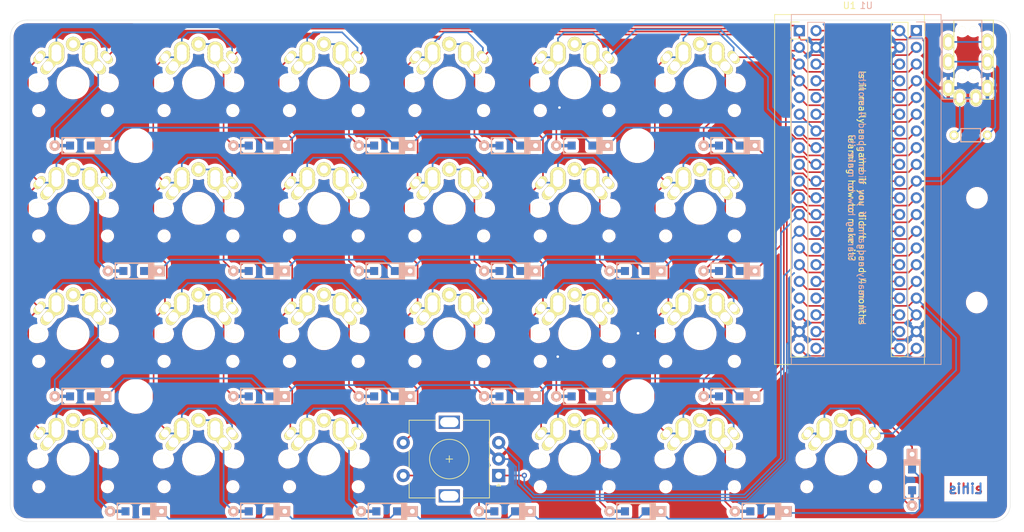
<source format=kicad_pcb>
(kicad_pcb (version 20211014) (generator pcbnew)
  (layers (0 "F.Cu" signal) (31 "B.Cu" signal) (34 "B.Paste" user) (35 "F.Paste" user) (36 "B.SilkS" user "B.Silkscreen") (37 "F.SilkS" user "F.Silkscreen") (38 "B.Mask" user) (39 "F.Mask" user) (44 "Edge.Cuts" user))
  (net 0 "")
  (net 1 "Net-(D1-Pad2)")
  (net 2 "Row0")
  (net 3 "Net-(D2-Pad2)")
  (net 4 "Net-(D3-Pad2)")
  (net 5 "Net-(D4-Pad2)")
  (net 6 "Net-(D5-Pad2)")
  (net 7 "Net-(D6-Pad2)")
  (net 8 "Net-(D7-Pad2)")
  (net 9 "Row1")
  (net 10 "Net-(D8-Pad2)")
  (net 11 "Net-(D9-Pad2)")
  (net 12 "Net-(D10-Pad2)")
  (net 13 "Net-(D11-Pad2)")
  (net 14 "Net-(D12-Pad2)")
  (net 15 "Net-(D13-Pad2)")
  (net 16 "Row2")
  (net 17 "Net-(D14-Pad2)")
  (net 18 "Net-(D15-Pad2)")
  (net 19 "Net-(D16-Pad2)")
  (net 20 "Net-(D17-Pad2)")
  (net 21 "Net-(D18-Pad2)")
  (net 22 "Net-(D19-Pad2)")
  (net 23 "Row3")
  (net 24 "Net-(D20-Pad2)")
  (net 25 "Net-(D21-Pad2)")
  (net 26 "Net-(D22-Pad2)")
  (net 27 "Net-(D23-Pad2)")
  (net 28 "Net-(D24-Pad2)")
  (net 29 "Net-(D25-Pad2)")
  (net 30 "+5V")
  (net 31 "GND")
  (net 32 "Split")
  (net 33 "Net-(J1-PadB)")
  (net 34 "ROT1A")
  (net 35 "ROT1B")
  (net 36 "Col6")
  (net 37 "Net-(U1-Pad20)")
  (net 38 "Net-(U1-Pad21)")
  (net 39 "Net-(U1-Pad22)")
  (net 40 "Net-(U1-Pad25)")
  (net 41 "Net-(U1-Pad27)")
  (net 42 "Col3")
  (net 43 "Net-(U1-Pad11)")
  (net 44 "Col4")
  (net 45 "Col5")
  (net 46 "Net-(U1-Pad9)")
  (net 47 "Net-(U1-Pad8)")
  (net 48 "Col0")
  (net 49 "Net-(U1-Pad7)")
  (net 50 "Col1")
  (net 51 "Net-(U1-Pad6)")
  (net 52 "Col2")
  (net 53 "Net-(U1-Pad5)")
  (net 54 "Net-(U1-Pad36)")
  (net 55 "Net-(U1-Pad37)")
  (net 56 "Net-(U1-Pad38)")
  (net 57 "Net-(U1-Pad16)")
  (net 58 "Net-(U1-Pad15)")
  (net 59 "Net-(U1-Pad14)")
  (net 60 "Net-(U1-Pad35)")
  (net 61 "Net-(U1-Pad24)")
  (net 62 "Net-(U1-Pad23)")
  (net 63 "Net-(U1-Pad26)")
  (net 64 "Net-(U1-Pad28)")
  (footprint "keyboard_parts:D_SOD123_axial_flip" (layer "F.Cu") (at 40.00625 49.2125 180)
    (fp_text reference "D1" hide)
    (fp_text value "D" hide)
  )
  (footprint "keyboard_parts:D_SOD123_axial_flip" (layer "F.Cu") (at 67.15 49.2125 180)
    (fp_text reference "D2" hide)
    (fp_text value "D" hide)
  )
  (footprint "keyboard_parts:D_SOD123_axial_flip" (layer "F.Cu") (at 86.2 49.2125 180)
    (fp_text reference "D3" hide)
    (fp_text value "D" hide)
  )
  (footprint "keyboard_parts:D_SOD123_axial_flip" (layer "F.Cu") (at 105.25 49.2125 180)
    (fp_text reference "D4" hide)
    (fp_text value "D" hide)
  )
  (footprint "keyboard_parts:D_SOD123_axial_flip" (layer "F.Cu") (at 116.20625 49.2125 180)
    (fp_text reference "D5" hide)
    (fp_text value "D" hide)
  )
  (footprint "keyboard_parts:D_SOD123_axial_flip" (layer "F.Cu") (at 138.5875 49.2125 180)
    (fp_text reference "D6" hide)
    (fp_text value "D" hide)
  )
  (footprint "keyboard_parts:D_SOD123_axial_flip" (layer "F.Cu") (at 48.1 68.2625 180)
    (fp_text reference "D7" hide)
    (fp_text value "D" hide)
  )
  (footprint "keyboard_parts:D_SOD123_axial_flip" (layer "F.Cu") (at 67.15 68.2625 180)
    (fp_text reference "D8" hide)
    (fp_text value "D" hide)
  )
  (footprint "keyboard_parts:D_SOD123_axial_flip" (layer "F.Cu") (at 86.2 68.2625 180)
    (fp_text reference "D9" hide)
    (fp_text value "D" hide)
  )
  (footprint "keyboard_parts:D_SOD123_axial_flip" (layer "F.Cu") (at 105.25 68.2625 180)
    (fp_text reference "D10" hide)
    (fp_text value "D" hide)
  )
  (footprint "keyboard_parts:D_SOD123_axial_flip" (layer "F.Cu") (at 124.3 68.2625 180)
    (fp_text reference "D11" hide)
    (fp_text value "D" hide)
  )
  (footprint "keyboard_parts:D_SOD123_axial_flip" (layer "F.Cu") (at 138.5875 68.2625 180)
    (fp_text reference "D12" hide)
    (fp_text value "D" hide)
  )
  (footprint "keyboard_parts:D_SOD123_axial_flip" (layer "F.Cu") (at 40.00625 87.3125 180)
    (fp_text reference "D13" hide)
    (fp_text value "D" hide)
  )
  (footprint "keyboard_parts:D_SOD123_axial_flip" (layer "F.Cu") (at 67.15 87.3125 180)
    (fp_text reference "D14" hide)
    (fp_text value "D" hide)
  )
  (footprint "keyboard_parts:D_SOD123_axial_flip" (layer "F.Cu") (at 86.2 87.3125 180)
    (fp_text reference "D15" hide)
    (fp_text value "D" hide)
  )
  (footprint "keyboard_parts:D_SOD123_axial_flip" (layer "F.Cu") (at 105.25 87.3125 180)
    (fp_text reference "D16" hide)
    (fp_text value "D" hide)
  )
  (footprint "keyboard_parts:D_SOD123_axial_flip" (layer "F.Cu") (at 116.20625 87.3125 180)
    (fp_text reference "D17" hide)
    (fp_text value "D" hide)
  )
  (footprint "keyboard_parts:D_SOD123_axial_flip" (layer "F.Cu") (at 138.5875 87.3125 180)
    (fp_text reference "D18" hide)
    (fp_text value "D" hide)
  )
  (footprint "keyboard_parts:D_SOD123_axial_flip" (layer "F.Cu") (at 48.41875 104.775 180)
    (fp_text reference "D19" hide)
    (fp_text value "D" hide)
  )
  (footprint "keyboard_parts:D_SOD123_axial_flip" (layer "F.Cu") (at 67.15 104.775 180)
    (fp_text reference "D20" hide)
    (fp_text value "D" hide)
  )
  (footprint "keyboard_parts:D_SOD123_axial_flip" (layer "F.Cu") (at 86.53125 104.775 180)
    (fp_text reference "D21" hide)
    (fp_text value "D" hide)
  )
  (footprint "keyboard_parts:D_SOD123_axial_flip" (layer "F.Cu") (at 104.45625 104.775 180)
    (fp_text reference "D22" hide)
    (fp_text value "D" hide)
  )
  (footprint "keyboard_parts:D_SOD123_axial_flip" (layer "F.Cu") (at 124.3 104.775 180)
    (fp_text reference "D23" hide)
    (fp_text value "D" hide)
  )
  (footprint "keyboard_parts:D_SOD123_axial_flip" (layer "F.Cu") (at 143.35 104.775 180)
    (fp_text reference "D24" hide)
    (fp_text value "D" hide)
  )
  (footprint "keyboard_parts:D_SOD123_axial_flip" (layer "F.Cu") (at 166.35625 100 -90)
    (fp_text reference "D25" hide)
    (fp_text value "D" hide)
  )
  (footprint "kbd:R" (layer "F.Cu") (at 175.26 47.625)
    (fp_text reference "R1" hide)
    (fp_text value "10k" hide)
  )
  (footprint "kbd:MX_ALPS_PG1350_noLed" (layer "F.Cu") (at 38.89375 39.6875)
    (fp_text reference "SW1" hide)
    (fp_text value "SW_PUSH" hide)
  )
  (footprint "kbd:MX_ALPS_PG1350_noLed" (layer "F.Cu") (at 57.94375 39.6875)
    (fp_text reference "SW2" hide)
    (fp_text value "SW_PUSH" hide)
  )
  (footprint "kbd:MX_ALPS_PG1350_noLed" (layer "F.Cu") (at 76.99375 39.6875)
    (fp_text reference "SW3" hide)
    (fp_text value "SW_PUSH" hide)
  )
  (footprint "kbd:MX_ALPS_PG1350_noLed" (layer "F.Cu") (at 96.04375 39.6875)
    (fp_text reference "SW4" hide)
    (fp_text value "SW_PUSH" hide)
  )
  (footprint "kbd:MX_ALPS_PG1350_noLed" (layer "F.Cu") (at 115.09375 39.6875)
    (fp_text reference "SW5" hide)
    (fp_text value "SW_PUSH" hide)
  )
  (footprint "kbd:MX_ALPS_PG1350_noLed" (layer "F.Cu") (at 38.89375 58.7375)
    (fp_text reference "SW7" hide)
    (fp_text value "SW_PUSH" hide)
  )
  (footprint "kbd:MX_ALPS_PG1350_noLed" (layer "F.Cu") (at 57.94375 58.7375)
    (fp_text reference "SW8" hide)
    (fp_text value "SW_PUSH" hide)
  )
  (footprint "kbd:MX_ALPS_PG1350_noLed" (layer "F.Cu") (at 76.99375 58.7375)
    (fp_text reference "SW9" hide)
    (fp_text value "SW_PUSH" hide)
  )
  (footprint "kbd:MX_ALPS_PG1350_noLed" (layer "F.Cu") (at 96.04375 58.7375)
    (fp_text reference "SW10" hide)
    (fp_text value "SW_PUSH" hide)
  )
  (footprint "kbd:MX_ALPS_PG1350_noLed" (layer "F.Cu") (at 115.09375 58.7375)
    (fp_text reference "SW11" hide)
    (fp_text value "SW_PUSH" hide)
  )
  (footprint "kbd:MX_ALPS_PG1350_noLed" (layer "F.Cu") (at 134.14375 58.7375)
    (fp_text reference "SW12" hide)
    (fp_text value "SW_PUSH" hide)
  )
  (footprint "kbd:MX_ALPS_PG1350_noLed" (layer "F.Cu") (at 38.89375 77.7875)
    (fp_text reference "SW13" hide)
    (fp_text value "SW_PUSH" hide)
  )
  (footprint "kbd:MX_ALPS_PG1350_noLed" (layer "F.Cu") (at 57.94375 77.7875)
    (fp_text reference "SW14" hide)
    (fp_text value "SW_PUSH" hide)
  )
  (footprint "kbd:MX_ALPS_PG1350_noLed" (layer "F.Cu") (at 76.99375 77.7875)
    (fp_text reference "SW15" hide)
    (fp_text value "SW_PUSH" hide)
  )
  (footprint "kbd:MX_ALPS_PG1350_noLed" (layer "F.Cu") (at 96.04375 77.7875)
    (fp_text reference "SW16" hide)
    (fp_text value "SW_PUSH" hide)
  )
  (footprint "kbd:MX_ALPS_PG1350_noLed" (layer "F.Cu") (at 115.09375 77.7875)
    (fp_text reference "SW17" hide)
    (fp_text value "SW_PUSH" hide)
  )
  (footprint "kbd:MX_ALPS_PG1350_noLed" (layer "F.Cu") (at 134.14375 77.7875)
    (fp_text reference "SW18" hide)
    (fp_text value "SW_PUSH" hide)
  )
  (footprint "kbd:MX_ALPS_PG1350_noLed" (layer "F.Cu") (at 38.89375 96.8375)
    (fp_text reference "SW19" hide)
    (fp_text value "SW_PUSH" hide)
  )
  (footprint "kbd:MX_ALPS_PG1350_noLed" (layer "F.Cu") (at 57.94375 96.8375)
    (fp_text reference "SW20" hide)
    (fp_text value "SW_PUSH" hide)
  )
  (footprint "kbd:MX_ALPS_PG1350_noLed" (layer "F.Cu") (at 76.99375 96.8375)
    (fp_text reference "SW21" hide)
    (fp_text value "SW_PUSH" hide)
  )
  (footprint "Keebio-Parts:RotaryEncoder_EC11" (layer "F.Cu") (at 96.04375 96.8375 180)
    (fp_text reference "SW22")
    (fp_text value "Rotary_Encoder_Switch")
  )
  (footprint "kbd:MX_ALPS_PG1350_noLed" (layer "F.Cu") (at 115.09375 96.8375)
    (fp_text reference "SW23" hide)
    (fp_text value "SW_PUSH" hide)
  )
  (footprint "kbd:MX_ALPS_PG1350_noLed" (layer "F.Cu") (at 134.14375 96.8375)
    (fp_text reference "SW24" hide)
    (fp_text value "SW_PUSH" hide)
  )
  (footprint "kbd:MX_ALPS_PG1350_noLed" (layer "F.Cu") (at 155.575 96.8375)
    (fp_text reference "SW25" hide)
    (fp_text value "SW_PUSH" hide)
  )
  (footprint "kbd:MX_ALPS_PG1350_noLed" (layer "F.Cu") (at 134.14375 39.6875)
    (fp_text reference "SW6" hide)
    (fp_text value "SW_PUSH" hide)
  )
  (footprint "kbd:M2_HOLE_v2" (layer "F.Cu") (at 48.41875 49.2125)
    (fp_text reference "  ")
    (fp_text value "Val**")
  )
  (footprint "kbd:M2_HOLE_v2" (layer "F.Cu") (at 48.41875 87.3125)
    (fp_text reference " ")
    (fp_text value "Val**")
  )
  (footprint "kbd:M2_HOLE_v2" (layer "F.Cu") (at 124.61875 49.2125)
    (fp_text reference " ")
    (fp_text value "Val**")
  )
  (footprint "kbd:M2_HOLE_v2" (layer "F.Cu") (at 124.61875 87.3125)
    (fp_text reference " ")
    (fp_text value "Val**")
  )
  (footprint "Footprints:YAAJ_WeAct_BlackPill_22" (layer "F.Cu") (at 149.225 31.75)
    (fp_text reference "U1")
    (fp_text value "YAAJ_WeAct_BlackPill_Part_Like" hide)
  )
  (footprint "kbd:MJ-4PP-9" (layer "F.Cu") (at 175.7 30.1625)
    (fp_text reference "J1")
    (fp_text value "MJ-4PP-9" hide)
  )
  (footprint "kbd:thread_m2" (layer "F.Cu") (at 176.2125 57.15)
    (fp_text reference "Ref**" hide)
    (fp_text value "Val**" hide)
  )
  (footprint "kbd:thread_m2" (layer "F.Cu") (at 176.17694 73.05294)
    (fp_text reference "Ref**" hide)
    (fp_text value "Val**" hide)
  )
  (gr_arc (start 181.28 103.77) (mid 180.530171 105.580249) (end 178.719922 106.330078) (layer "Edge.Cuts") (width 0.05))
  (gr_arc (start 29.35 32.69) (mid 30.099829 30.879751) (end 31.910078 30.129922) (layer "Edge.Cuts") (width 0.05))
  (gr_arc (start 31.91 106.330078) (mid 30.099751 105.580249) (end 29.349922 103.77) (layer "Edge.Cuts") (width 0.05))
  (gr_arc (start 178.72 30.129922) (mid 180.530249 30.879751) (end 181.280078 32.69) (layer "Edge.Cuts") (width 0.05))
  (gr_line (start 29.349922 103.77) (end 29.35 32.69) (layer "Edge.Cuts") (width 0.05))
  (gr_line (start 31.910078 30.129922) (end 32.01 30.13) (layer "Edge.Cuts") (width 0.05))
  (gr_line (start 181.28 103.77) (end 181.280078 32.69) (layer "Edge.Cuts") (width 0.05))
  (gr_line (start 178.719922 106.330078) (end 31.91 106.330078) (layer "Edge.Cuts") (width 0.05))
  (gr_line (start 145.1102 30.129844) (end 178.72 30.129922) (layer "Edge.Cuts") (width 0.05))
  (gr_line (start 145.1102 30.129844) (end 32.01 30.13) (layer "Edge.Cuts") (width 0.05))
  (gr_text "Lihis" (at 174.498 101.346) (layer "F.Cu") (effects (font (size 1.5 1.5) (thickness 0.3))))
  (gr_text "Lihis" (at 174.498 101.346) (layer "B.Cu") (effects (font (size 1.5 1.5) (thickness 0.3)) (justify mirror)))
  (gr_text "Is it really endgame if you didn't spend 4 months\nlearning how to make it?" (at 157.95625 57.15 270) (layer "B.SilkS") (effects (font (size 1 1)) (justify mirror)))
  (gr_text "Is it really endgame if you didn't spend 4 months\nlearning how to make it?" (at 157.95625 57.15 -90) (layer "F.SilkS") (effects (font (size 1 1))))
  (segment (start 42.70375 40.10025) (end 36.10625 46.69775) (width 0.25) (layer "B.Cu") (net 1))
  (segment (start 36.10625 46.69775) (end 36.10625 49.2125) (width 0.25) (layer "B.Cu") (net 1))
  (segment (start 42.70375 37.1475) (end 42.70375 40.10025) (width 0.25) (layer "B.Cu") (net 1))
  (segment (start 41.43375 35.8775) (end 42.70375 37.1475) (width 0.25) (layer "B.Cu") (net 1))
  (segment (start 38.89375 33.7875) (end 40.61375 33.7875) (width 0.25) (layer "B.Cu") (net 1))
  (segment (start 41.43375 34.6075) (end 41.43375 35.6875) (width 0.25) (layer "B.Cu") (net 1))
  (segment (start 41.43375 35.6875) (end 41.43375 35.8775) (width 0.25) (layer "B.Cu") (net 1))
  (segment (start 40.61375 33.7875) (end 41.43375 34.6075) (width 0.25) (layer "B.Cu") (net 1))
  (segment (start 151.765 52.07) (end 164.465 52.07) (width 0.25) (layer "F.Cu") (net 2))
  (segment (start 142.4875 49.2125) (end 144.169999 50.894999) (width 0.25) (layer "F.Cu") (net 2))
  (segment (start 151.12859 52.07) (end 151.765 52.07) (width 0.25) (layer "F.Cu") (net 2))
  (segment (start 144.169999 50.894999) (end 149.953589 50.894999) (width 0.25) (layer "F.Cu") (net 2))
  (segment (start 149.953589 50.894999) (end 151.12859 52.07) (width 0.25) (layer "F.Cu") (net 2))
  (segment (start 120.10625 49.2125) (end 122.83675 46.482) (width 0.25) (layer "B.Cu") (net 2))
  (segment (start 105.1105 47.498) (end 106.825 49.2125) (width 0.25) (layer "B.Cu") (net 2))
  (segment (start 137.432 46.482) (end 140.1625 49.2125) (width 0.25) (layer "B.Cu") (net 2))
  (segment (start 65.9945 46.482) (end 68.725 49.2125) (width 0.25) (layer "B.Cu") (net 2))
  (segment (start 91.8145 47.498) (end 105.1105 47.498) (width 0.25) (layer "B.Cu") (net 2))
  (segment (start 43.90625 49.2125) (end 46.63675 46.482) (width 0.25) (layer "B.Cu") (net 2))
  (segment (start 46.63675 46.482) (end 65.9945 46.482) (width 0.25) (layer "B.Cu") (net 2))
  (segment (start 86.0605 47.498) (end 87.775 49.2125) (width 0.25) (layer "B.Cu") (net 2))
  (segment (start 116.06675 47.498) (end 117.78125 49.2125) (width 0.25) (layer "B.Cu") (net 2))
  (segment (start 109.15 49.2125) (end 110.8645 47.498) (width 0.25) (layer "B.Cu") (net 2))
  (segment (start 122.83675 46.482) (end 137.432 46.482) (width 0.25) (layer "B.Cu") (net 2))
  (segment (start 72.7645 47.498) (end 86.0605 47.498) (width 0.25) (layer "B.Cu") (net 2))
  (segment (start 90.1 49.2125) (end 91.8145 47.498) (width 0.25) (layer "B.Cu") (net 2))
  (segment (start 110.8645 47.498) (end 116.06675 47.498) (width 0.25) (layer "B.Cu") (net 2))
  (segment (start 71.05 49.2125) (end 72.7645 47.498) (width 0.25) (layer "B.Cu") (net 2))
  (segment (start 61.75375 47.71625) (end 61.75375 37.1475) (width 0.25) (layer "F.Cu") (net 3))
  (segment (start 63.25 49.2125) (end 61.75375 47.71625) (width 0.25) (layer "F.Cu") (net 3))
  (segment (start 60.48375 35.8775) (end 61.75375 37.1475) (width 0.25) (layer "B.Cu") (net 3))
  (segment (start 57.94375 33.7875) (end 59.66375 33.7875) (width 0.25) (layer "B.Cu") (net 3))
  (segment (start 59.66375 33.7875) (end 60.48375 34.6075) (width 0.25) (layer "B.Cu") (net 3))
  (segment (start 60.48375 34.6075) (end 60.48375 35.6875) (width 0.25) (layer "B.Cu") (net 3))
  (segment (start 60.48375 35.6875) (end 60.48375 35.8775) (width 0.25) (layer "B.Cu") (net 3))
  (segment (start 80.80375 47.71625) (end 80.80375 37.1475) (width 0.25) (layer "F.Cu") (net 4))
  (segment (start 82.3 49.2125) (end 80.80375 47.71625) (width 0.25) (layer "F.Cu") (net 4))
  (segment (start 76.99375 33.7875) (end 78.71375 33.7875) (width 0.25) (layer "B.Cu") (net 4))
  (segment (start 79.53375 34.6075) (end 79.53375 35.6875) (width 0.25) (layer "B.Cu") (net 4))
  (segment (start 79.53375 35.6875) (end 79.53375 35.8775) (width 0.25) (layer "B.Cu") (net 4))
  (segment (start 78.71375 33.7875) (end 79.53375 34.6075) (width 0.25) (layer "B.Cu") (net 4))
  (segment (start 79.53375 35.8775) (end 80.80375 37.1475) (width 0.25) (layer "B.Cu") (net 4))
  (segment (start 101.35 49.2125) (end 99.85375 47.71625) (width 0.25) (layer "F.Cu") (net 5))
  (segment (start 99.85375 47.71625) (end 99.85375 37.1475) (width 0.25) (layer "F.Cu") (net 5))
  (segment (start 98.58375 35.6875) (end 98.58375 34.6075) (width 0.25) (layer "B.Cu") (net 5))
  (segment (start 98.58375 35.8775) (end 99.85375 37.1475) (width 0.25) (layer "B.Cu") (net 5))
  (segment (start 98.58375 35.6875) (end 98.58375 35.8775) (width 0.25) (layer "B.Cu") (net 5))
  (segment (start 97.76375 33.7875) (end 98.58375 34.6075) (width 0.25) (layer "B.Cu") (net 5))
  (segment (start 96.04375 33.7875) (end 97.76375 33.7875) (width 0.25) (layer "B.Cu") (net 5))
  (segment (start 112.30625 49.2125) (end 112.30625 46.69775) (width 0.25) (layer "F.Cu") (net 6))
  (segment (start 112.30625 46.69775) (end 118.90375 40.10025) (width 0.25) (layer "F.Cu") (net 6))
  (segment (start 118.90375 40.10025) (end 118.90375 37.1475) (width 0.25) (layer "F.Cu") (net 6))
  (segment (start 117.63375 34.6075) (end 117.63375 35.6875) (width 0.25) (layer "B.Cu") (net 6))
  (segment (start 116.81375 33.7875) (end 117.63375 34.6075) (width 0.25) (layer "B.Cu") (net 6))
  (segment (start 117.63375 35.6875) (end 117.63375 35.8775) (width 0.25) (layer "B.Cu") (net 6))
  (segment (start 117.63375 35.8775) (end 118.90375 37.1475) (width 0.25) (layer "B.Cu") (net 6))
  (segment (start 115.09375 33.7875) (end 116.81375 33.7875) (width 0.25) (layer "B.Cu") (net 6))
  (segment (start 134.6875 46.6685) (end 137.95375 43.40225) (width 0.25) (layer "F.Cu") (net 7))
  (segment (start 137.95375 43.40225) (end 137.95375 37.1475) (width 0.25) (layer "F.Cu") (net 7))
  (segment (start 134.6875 49.2125) (end 134.6875 46.6685) (width 0.25) (layer "F.Cu") (net 7))
  (segment (start 136.68375 35.8775) (end 137.95375 37.1475) (width 0.25) (layer "B.Cu") (net 7))
  (segment (start 136.68375 35.6875) (end 136.68375 35.8775) (width 0.25) (layer "B.Cu") (net 7))
  (segment (start 136.68375 34.6075) (end 136.68375 35.6875) (width 0.25) (layer "B.Cu") (net 7))
  (segment (start 134.14375 33.7875) (end 135.86375 33.7875) (width 0.25) (layer "B.Cu") (net 7))
  (segment (start 135.86375 33.7875) (end 136.68375 34.6075) (width 0.25) (layer "B.Cu") (net 7))
  (segment (start 42.70375 66.76625) (end 42.70375 56.1975) (width 0.25) (layer "B.Cu") (net 8))
  (segment (start 44.2 68.2625) (end 42.70375 66.76625) (width 0.25) (layer "B.Cu") (net 8))
  (segment (start 41.43375 54.9275) (end 42.70375 56.1975) (width 0.25) (layer "B.Cu") (net 8))
  (segment (start 41.43375 53.6575) (end 41.43375 54.7375) (width 0.25) (layer "B.Cu") (net 8))
  (segment (start 38.89375 52.8375) (end 40.61375 52.8375) (width 0.25) (layer "B.Cu") (net 8))
  (segment (start 40.61375 52.8375) (end 41.43375 53.6575) (width 0.25) (layer "B.Cu") (net 8))
  (segment (start 41.43375 54.7375) (end 41.43375 54.9275) (width 0.25) (layer "B.Cu") (net 8))
  (segment (start 151.765 54.61) (end 164.465 54.61) (width 0.25) (layer "F.Cu") (net 9))
  (segment (start 150.964002 54.61) (end 151.765 54.61) (width 0.25) (layer "F.Cu") (net 9))
  (segment (start 146.42096 55.25504) (end 148.241001 53.434999) (width 0.25) (layer "F.Cu") (net 9))
  (segment (start 142.4875 68.2625) (end 146.42096 64.32904) (width 0.25) (layer "F.Cu") (net 9))
  (segment (start 146.42096 64.32904) (end 146.42096 55.25504) (width 0.25) (layer "F.Cu") (net 9))
  (segment (start 148.241001 53.434999) (end 149.789001 53.434999) (width 0.25) (layer "F.Cu") (net 9))
  (segment (start 149.789001 53.434999) (end 150.964002 54.61) (width 0.25) (layer "F.Cu") (net 9))
  (segment (start 91.8145 66.548) (end 105.1105 66.548) (width 0.25) (layer "B.Cu") (net 9))
  (segment (start 72.7645 66.548) (end 86.0605 66.548) (width 0.25) (layer "B.Cu") (net 9))
  (segment (start 109.15 68.2625) (end 110.8645 66.548) (width 0.25) (layer "B.Cu") (net 9))
  (segment (start 53.7145 66.548) (end 67.0105 66.548) (width 0.25) (layer "B.Cu") (net 9))
  (segment (start 129.9145 66.548) (end 138.448 66.548) (width 0.25) (layer "B.Cu") (net 9))
  (segment (start 67.0105 66.548) (end 68.725 68.2625) (width 0.25) (layer "B.Cu") (net 9))
  (segment (start 138.448 66.548) (end 140.1625 68.2625) (width 0.25) (layer "B.Cu") (net 9))
  (segment (start 110.8645 66.548) (end 124.1605 66.548) (width 0.25) (layer "B.Cu") (net 9))
  (segment (start 71.05 68.2625) (end 72.7645 66.548) (width 0.25) (layer "B.Cu") (net 9))
  (segment (start 128.2 68.2625) (end 129.9145 66.548) (width 0.25) (layer "B.Cu") (net 9))
  (segment (start 105.1105 66.548) (end 106.825 68.2625) (width 0.25) (layer "B.Cu") (net 9))
  (segment (start 124.1605 66.548) (end 125.875 68.2625) (width 0.25) (layer "B.Cu") (net 9))
  (segment (start 52 68.2625) (end 53.7145 66.548) (width 0.25) (layer "B.Cu") (net 9))
  (segment (start 86.0605 66.548) (end 87.775 68.2625) (width 0.25) (layer "B.Cu") (net 9))
  (segment (start 90.1 68.2625) (end 91.8145 66.548) (width 0.25) (layer "B.Cu") (net 9))
  (segment (start 63.25 68.2625) (end 61.75375 66.76625) (width 0.25) (layer "F.Cu") (net 10))
  (segment (start 61.75375 66.76625) (end 61.75375 56.1975) (width 0.25) (layer "F.Cu") (net 10))
  (segment (start 60.48375 53.6575) (end 60.48375 54.7375) (width 0.25) (layer "B.Cu") (net 10))
  (segment (start 60.48375 54.9275) (end 61.75375 56.1975) (width 0.25) (layer "B.Cu") (net 10))
  (segment (start 60.48375 54.7375) (end 60.48375 54.9275) (width 0.25) (layer "B.Cu") (net 10))
  (segment (start 59.66375 52.8375) (end 60.48375 53.6575) (width 0.25) (layer "B.Cu") (net 10))
  (segment (start 57.94375 52.8375) (end 59.66375 52.8375) (width 0.25) (layer "B.Cu") (net 10))
  (segment (start 80.80375 66.76625) (end 80.80375 56.1975) (width 0.25) (layer "F.Cu") (net 11))
  (segment (start 82.3 68.2625) (end 80.80375 66.76625) (width 0.25) (layer "F.Cu") (net 11))
  (segment (start 79.53375 54.7375) (end 79.53375 54.9275) (width 0.25) (layer "B.Cu") (net 11))
  (segment (start 79.53375 53.6575) (end 79.53375 54.7375) (width 0.25) (layer "B.Cu") (net 11))
  (segment (start 76.99375 52.8375) (end 78.71375 52.8375) (width 0.25) (layer "B.Cu") (net 11))
  (segment (start 78.71375 52.8375) (end 79.53375 53.6575) (width 0.25) (layer "B.Cu") (net 11))
  (segment (start 79.53375 54.9275) (end 80.80375 56.1975) (width 0.25) (layer "B.Cu") (net 11))
  (segment (start 99.85375 66.76625) (end 99.85375 56.1975) (width 0.25) (layer "F.Cu") (net 12))
  (segment (start 101.35 68.2625) (end 99.85375 66.76625) (width 0.25) (layer "F.Cu") (net 12))
  (segment (start 98.58375 54.9275) (end 99.85375 56.1975) (width 0.25) (layer "B.Cu") (net 12))
  (segment (start 98.58375 54.7375) (end 98.58375 54.9275) (width 0.25) (layer "B.Cu") (net 12))
  (segment (start 98.58375 54.7375) (end 98.58375 53.6575) (width 0.25) (layer "B.Cu") (net 12))
  (segment (start 97.76375 52.8375) (end 98.58375 53.6575) (width 0.25) (layer "B.Cu") (net 12))
  (segment (start 96.04375 52.8375) (end 97.76375 52.8375) (width 0.25) (layer "B.Cu") (net 12))
  (segment (start 118.90375 66.76625) (end 118.90375 56.1975) (width 0.25) (layer "F.Cu") (net 13))
  (segment (start 120.4 68.2625) (end 118.90375 66.76625) (width 0.25) (layer "F.Cu") (net 13))
  (segment (start 115.09375 52.8375) (end 116.81375 52.8375) (width 0.25) (layer "B.Cu") (net 13))
  (segment (start 117.63375 54.9275) (end 118.90375 56.1975) (width 0.25) (layer "B.Cu") (net 13))
  (segment (start 117.63375 54.7375) (end 117.63375 54.9275) (width 0.25) (layer "B.Cu") (net 13))
  (segment (start 117.63375 54.7375) (end 117.63375 53.6575) (width 0.25) (layer "B.Cu") (net 13))
  (segment (start 116.81375 52.8375) (end 117.63375 53.6575) (width 0.25) (layer "B.Cu") (net 13))
  (segment (start 137.95375 64.99625) (end 137.95375 56.1975) (width 0.25) (layer "F.Cu") (net 14))
  (segment (start 134.6875 68.2625) (end 137.95375 64.99625) (width 0.25) (layer "F.Cu") (net 14))
  (segment (start 135.86375 52.8375) (end 136.68375 53.6575) (width 0.25) (layer "B.Cu") (net 14))
  (segment (start 136.68375 54.7375) (end 136.68375 54.9275) (width 0.25) (layer "B.Cu") (net 14))
  (segment (start 136.68375 54.9275) (end 137.95375 56.1975) (width 0.25) (layer "B.Cu") (net 14))
  (segment (start 134.14375 52.8375) (end 135.86375 52.8375) (width 0.25) (layer "B.Cu") (net 14))
  (segment (start 136.68375 54.7375) (end 136.68375 53.6575) (width 0.25) (layer "B.Cu") (net 14))
  (segment (start 42.70375 78.20025) (end 42.70375 75.2475) (width 0.25) (layer "B.Cu") (net 15))
  (segment (start 38.89375 71.8875) (end 40.61375 71.8875) (width 0.25) (layer "B.Cu") (net 15))
  (segment (start 36.10625 84.79775) (end 42.70375 78.20025) (width 0.25) (layer "B.Cu") (net 15))
  (segment (start 41.43375 73.9775) (end 42.70375 75.2475) (width 0.25) (layer "B.Cu") (net 15))
  (segment (start 41.43375 72.7075) (end 41.43375 73.7875) (width 0.25) (layer "B.Cu") (net 15))
  (segment (start 40.61375 71.8875) (end 41.43375 72.7075) (width 0.25) (layer "B.Cu") (net 15))
  (segment (start 36.10625 87.3125) (end 36.10625 84.79775) (width 0.25) (layer "B.Cu") (net 15))
  (segment (start 41.43375 73.7875) (end 41.43375 73.9775) (width 0.25) (layer "B.Cu") (net 15))
  (segment (start 151.765 57.15) (end 164.465 57.15) (width 0.25) (layer "F.Cu") (net 16))
  (segment (start 146.87048 82.92952) (end 146.87048 57.765518) (width 0.25) (layer "F.Cu") (net 16))
  (segment (start 146.87048 57.765518) (end 148.660999 55.974999) (width 0.25) (layer "F.Cu") (net 16))
  (segment (start 149.789001 55.974999) (end 150.964002 57.15) (width 0.25) (layer "F.Cu") (net 16))
  (segment (start 148.660999 55.974999) (end 149.789001 55.974999) (width 0.25) (layer "F.Cu") (net 16))
  (segment (start 142.4875 87.3125) (end 146.87048 82.92952) (width 0.25) (layer "F.Cu") (net 16))
  (segment (start 150.964002 57.15) (end 151.765 57.15) (width 0.25) (layer "F.Cu") (net 16))
  (segment (start 43.90625 87.3125) (end 46.63675 84.582) (width 0.25) (layer "B.Cu") (net 16))
  (segment (start 46.63675 84.582) (end 65.9945 84.582) (width 0.25) (layer "B.Cu") (net 16))
  (segment (start 137.432 84.582) (end 140.1625 87.3125) (width 0.25) (layer "B.Cu") (net 16))
  (segment (start 110.8645 85.598) (end 116.06675 85.598) (width 0.25) (layer "B.Cu") (net 16))
  (segment (start 90.1 87.3125) (end 91.8145 85.598) (width 0.25) (layer "B.Cu") (net 16))
  (segment (start 122.83675 84.582) (end 137.432 84.582) (width 0.25) (layer "B.Cu") (net 16))
  (segment (start 105.1105 85.598) (end 106.825 87.3125) (width 0.25) (layer "B.Cu") (net 16))
  (segment (start 72.7645 85.598) (end 86.0605 85.598) (width 0.25) (layer "B.Cu") (net 16))
  (segment (start 71.05 87.3125) (end 72.7645 85.598) (width 0.25) (layer "B.Cu") (net 16))
  (segment (start 109.15 87.3125) (end 110.8645 85.598) (width 0.25) (layer "B.Cu") (net 16))
  (segment (start 116.06675 85.598) (end 117.78125 87.3125) (width 0.25) (layer "B.Cu") (net 16))
  (segment (start 91.8145 85.598) (end 105.1105 85.598) (width 0.25) (layer "B.Cu") (net 16))
  (segment (start 86.0605 85.598) (end 87.775 87.3125) (width 0.25) (layer "B.Cu") (net 16))
  (segment (start 65.9945 84.582) (end 68.725 87.3125) (width 0.25) (layer "B.Cu") (net 16))
  (segment (start 120.10625 87.3125) (end 122.83675 84.582) (width 0.25) (layer "B.Cu") (net 16))
  (segment (start 63.25 87.3125) (end 61.75375 85.81625) (width 0.25) (layer "F.Cu") (net 17))
  (segment (start 61.75375 85.81625) (end 61.75375 75.2475) (width 0.25) (layer "F.Cu") (net 17))
  (segment (start 57.94375 71.8875) (end 59.66375 71.8875) (width 0.25) (layer "B.Cu") (net 17))
  (segment (start 60.48375 72.7075) (end 60.48375 73.7875) (width 0.25) (layer "B.Cu") (net 17))
  (segment (start 59.66375 71.8875) (end 60.48375 72.7075) (width 0.25) (layer "B.Cu") (net 17))
  (segment (start 60.48375 73.7875) (end 60.48375 73.9775) (width 0.25) (layer "B.Cu") (net 17))
  (segment (start 60.48375 73.9775) (end 61.75375 75.2475) (width 0.25) (layer "B.Cu") (net 17))
  (segment (start 80.80375 85.81625) (end 80.80375 75.2475) (width 0.25) (layer "F.Cu") (net 18))
  (segment (start 82.3 87.3125) (end 80.80375 85.81625) (width 0.25) (layer "F.Cu") (net 18))
  (segment (start 79.53375 73.7875) (end 79.53375 72.7075) (width 0.25) (layer "B.Cu") (net 18))
  (segment (start 76.99375 71.8875) (end 78.71375 71.8875) (width 0.25) (layer "B.Cu") (net 18))
  (segment (start 79.53375 73.9775) (end 80.80375 75.2475) (width 0.25) (layer "B.Cu") (net 18))
  (segment (start 79.53375 73.7875) (end 79.53375 73.9775) (width 0.25) (layer "B.Cu") (net 18))
  (segment (start 78.71375 71.8875) (end 79.53375 72.7075) (width 0.25) (layer "B.Cu") (net 18))
  (segment (start 99.85375 85.81625) (end 99.85375 75.2475) (width 0.25) (layer "F.Cu") (net 19))
  (segment (start 101.35 87.3125) (end 99.85375 85.81625) (width 0.25) (layer "F.Cu") (net 19))
  (segment (start 98.58375 73.9775) (end 99.85375 75.2475) (width 0.25) (layer "B.Cu") (net 19))
  (segment (start 98.58375 72.7075) (end 98.58375 73.7875) (width 0.25) (layer "B.Cu") (net 19))
  (segment (start 98.58375 73.7875) (end 98.58375 73.9775) (width 0.25) (layer "B.Cu") (net 19))
  (segment (start 97.76375 71.8875) (end 98.58375 72.7075) (width 0.25) (layer "B.Cu") (net 19))
  (segment (start 96.04375 71.8875) (end 97.76375 71.8875) (width 0.25) (layer "B.Cu") (net 19))
  (segment (start 118.90375 75.2475) (end 118.90375 78.20025) (width 0.25) (layer "F.Cu") (net 20))
  (segment (start 112.30625 84.79775) (end 112.30625 87.3125) (width 0.25) (layer "F.Cu") (net 20))
  (segment (start 118.90375 78.20025) (end 112.30625 84.79775) (width 0.25) (layer "F.Cu") (net 20))
  (segment (start 115.09375 71.8875) (end 116.81375 71.8875) (width 0.25) (layer "B.Cu") (net 20))
  (segment (start 117.63375 73.9775) (end 118.90375 75.2475) (width 0.25) (layer "B.Cu") (net 20))
  (segment (start 117.63375 73.7875) (end 117.63375 72.7075) (width 0.25) (layer "B.Cu") (net 20))
  (segment (start 116.81375 71.8875) (end 117.63375 72.7075) (width 0.25) (layer "B.Cu") (net 20))
  (segment (start 117.63375 73.7875) (end 117.63375 73.9775) (width 0.25) (layer "B.Cu") (net 20))
  (segment (start 137.95375 81.50225) (end 134.6875 84.7685) (width 0.25) (layer "F.Cu") (net 21))
  (segment (start 134.6875 84.7685) (end 134.6875 87.3125) (width 0.25) (layer "F.Cu") (net 21))
  (segment (start 137.95375 75.2475) (end 137.95375 81.50225) (width 0.25) (layer "F.Cu") (net 21))
  (segment (start 136.68375 73.7875) (end 136.68375 72.7075) (width 0.25) (layer "B.Cu") (net 21))
  (segment (start 134.14375 71.8875) (end 135.86375 71.8875) (width 0.25) (layer "B.Cu") (net 21))
  (segment (start 135.86375 71.8875) (end 136.68375 72.7075) (width 0.25) (layer "B.Cu") (net 21))
  (segment (start 136.68375 73.9775) (end 137.95375 75.2475) (width 0.25) (layer "B.Cu") (net 21))
  (segment (start 136.68375 73.7875) (end 136.68375 73.9775) (width 0.25) (layer "B.Cu") (net 21))
  (segment (start 41.43375 91.7575) (end 41.43375 92.8375) (width 0.25) (layer "B.Cu") (net 22))
  (segment (start 41.43375 93.0275) (end 42.70375 94.2975) (width 0.25) (layer "B.Cu") (net 22))
  (segment (start 42.70375 102.96) (end 42.70375 94.2975) (width 0.25) (layer "B.Cu") (net 22))
  (segment (start 41.43375 92.8375) (end 41.43375 93.0275) (width 0.25) (layer "B.Cu") (net 22))
  (segment (start 40.61375 90.9375) (end 41.43375 91.7575) (width 0.25) (layer "B.Cu") (net 22))
  (segment (start 44.51875 104.775) (end 42.70375 102.96) (width 0.25) (layer "B.Cu") (net 22))
  (segment (start 38.89375 90.9375) (end 40.61375 90.9375) (width 0.25) (layer "B.Cu") (net 22))
  (segment (start 151.765 59.69) (end 164.465 59.69) (width 0.25) (layer "F.Cu") (net 23))
  (segment (start 147.32 59.93399) (end 148.738501 58.515489) (width 0.25) (layer "F.Cu") (net 23))
  (segment (start 147.32 82.804) (end 147.32 59.93399) (width 0.25) (layer "F.Cu") (net 23))
  (segment (start 151.8285 87.3125) (end 147.32 82.804) (width 0.25) (layer "F.Cu") (net 23))
  (segment (start 149.711499 58.515489) (end 150.88601 59.69) (width 0.25) (layer "F.Cu") (net 23))
  (segment (start 166.35625 96.1) (end 166.35625 94.957338) (width 0.25) (layer "F.Cu") (net 23))
  (segment (start 158.711412 87.3125) (end 151.8285 87.3125) (width 0.25) (layer "F.Cu") (net 23))
  (segment (start 166.35625 94.957338) (end 158.711412 87.3125) (width 0.25) (layer "F.Cu") (net 23))
  (segment (start 150.88601 59.69) (end 151.765 59.69) (width 0.25) (layer "F.Cu") (net 23))
  (segment (start 148.738501 58.515489) (end 149.711499 58.515489) (width 0.25) (layer "F.Cu") (net 23))
  (segment (start 91.556251 105.900001) (end 104.906249 105.900001) (width 0.25) (layer "B.Cu") (net 23))
  (segment (start 128.2 104.775) (end 129.325001 105.900001) (width 0.25) (layer "B.Cu") (net 23))
  (segment (start 104.906249 105.900001) (end 106.03125 104.775) (width 0.25) (layer "B.Cu") (net 23))
  (segment (start 72.175001 105.900001) (end 86.981249 105.900001) (width 0.25) (layer "B.Cu") (net 23))
  (segment (start 167.481251 99.550001) (end 166.35625 98.425) (width 0.25) (layer "B.Cu") (net 23))
  (segment (start 86.981249 105.900001) (end 88.10625 104.775) (width 0.25) (layer "B.Cu") (net 23))
  (segment (start 90.43125 104.775) (end 91.556251 105.900001) (width 0.25) (layer "B.Cu") (net 23))
  (segment (start 52.31875 104.775) (end 53.443751 105.900001) (width 0.25) (layer "B.Cu") (net 23))
  (segment (start 67.599999 105.900001) (end 68.725 104.775) (width 0.25) (layer "B.Cu") (net 23))
  (segment (start 143.799999 105.900001) (end 144.925 104.775) (width 0.25) (layer "B.Cu") (net 23))
  (segment (start 109.481251 105.900001) (end 124.749999 105.900001) (width 0.25) (layer "B.Cu") (net 23))
  (segment (start 124.749999 105.900001) (end 125.875 104.775) (width 0.25) (layer "B.Cu") (net 23))
  (segment (start 71.05 104.775) (end 72.175001 105.900001) (width 0.25) (layer "B.Cu") (net 23))
  (segment (start 108.35625 104.775) (end 109.481251 105.900001) (width 0.25) (layer "B.Cu") (net 23))
  (segment (start 166.896251 105.025001) (end 167.481251 104.440001) (width 0.25) (layer "B.Cu") (net 23))
  (segment (start 147.500001 105.025001) (end 166.896251 105.025001) (width 0.25) (layer "B.Cu") (net 23))
  (segment (start 147.25 104.775) (end 147.500001 105.025001) (width 0.25) (layer "B.Cu") (net 23))
  (segment (start 53.443751 105.900001) (end 67.599999 105.900001) (width 0.25) (layer "B.Cu") (net 23))
  (segment (start 167.481251 104.440001) (end 167.481251 99.550001) (width 0.25) (layer "B.Cu") (net 23))
  (segment (start 129.325001 105.900001) (end 143.799999 105.900001) (width 0.25) (layer "B.Cu") (net 23))
  (segment (start 60.48375 92.8375) (end 60.48375 93.0275) (width 0.25) (layer "B.Cu") (net 24))
  (segment (start 60.48375 93.0275) (end 61.75375 94.2975) (width 0.25) (layer "B.Cu") (net 24))
  (segment (start 63.25 104.775) (end 61.75375 103.27875) (width 0.25) (layer "B.Cu") (net 24))
  (segment (start 57.94375 90.9375) (end 59.66375 90.9375) (width 0.25) (layer "B.Cu") (net 24))
  (segment (start 61.75375 103.27875) (end 61.75375 94.2975) (width 0.25) (layer "B.Cu") (net 24))
  (segment (start 59.66375 90.9375) (end 60.48375 91.7575) (width 0.25) (layer "B.Cu") (net 24))
  (segment (start 60.48375 91.7575) (end 60.48375 92.8375) (width 0.25) (layer "B.Cu") (net 24))
  (segment (start 79.53375 93.0275) (end 80.80375 94.2975) (width 0.25) (layer "B.Cu") (net 25))
  (segment (start 79.53375 91.7575) (end 79.53375 92.8375) (width 0.25) (layer "B.Cu") (net 25))
  (segment (start 78.71375 90.9375) (end 79.53375 91.7575) (width 0.25) (layer "B.Cu") (net 25))
  (segment (start 82.63125 104.775) (end 80.80375 102.9475) (width 0.25) (layer "B.Cu") (net 25))
  (segment (start 76.99375 90.9375) (end 78.71375 90.9375) (width 0.25) (layer "B.Cu") (net 25))
  (segment (start 79.53375 92.8375) (end 79.53375 93.0275) (width 0.25) (layer "B.Cu") (net 25))
  (segment (start 80.80375 102.9475) (end 80.80375 94.2975) (width 0.25) (layer "B.Cu") (net 25))
  (segment (start 100.55625 102.84225) (end 100.55625 104.775) (width 0.25) (layer "F.Cu") (net 26))
  (segment (start 89.04375 99.3375) (end 97.0515 99.3375) (width 0.25) (layer "F.Cu") (net 26))
  (segment (start 97.0515 99.3375) (end 100.55625 102.84225) (width 0.25) (layer "F.Cu") (net 26))
  (segment (start 118.90375 103.27875) (end 120.4 104.775) (width 0.25) (layer "F.Cu") (net 27))
  (segment (start 118.90375 94.2975) (end 118.90375 103.27875) (width 0.25) (layer "F.Cu") (net 27))
  (segment (start 117.63375 92.8375) (end 117.63375 91.7575) (width 0.25) (layer "B.Cu") (net 27))
  (segment (start 116.81375 90.9375) (end 117.63375 91.7575) (width 0.25) (layer "B.Cu") (net 27))
  (segment (start 117.63375 92.8375) (end 117.63375 93.0275) (width 0.25) (layer "B.Cu") (net 27))
  (segment (start 115.09375 90.9375) (end 116.81375 90.9375) (width 0.25) (layer "B.Cu") (net 27))
  (segment (start 117.63375 93.0275) (end 118.90375 94.2975) (width 0.25) (layer "B.Cu") (net 27))
  (segment (start 137.95375 103.27875) (end 137.95375 94.2975) (width 0.25) (layer "F.Cu") (net 28))
  (segment (start 139.45 104.775) (end 137.95375 103.27875) (width 0.25) (layer "F.Cu") (net 28))
  (segment (start 136.68375 93.0275) (end 137.95375 94.2975) (width 0.25) (layer "B.Cu") (net 28))
  (segment (start 134.14375 90.9375) (end 135.86375 90.9375) (width 0.25) (layer "B.Cu") (net 28))
  (segment (start 136.68375 91.7575) (end 136.68375 92.8375) (width 0.25) (layer "B.Cu") (net 28))
  (segment (start 135.86375 90.9375) (end 136.68375 91.7575) (width 0.25) (layer "B.Cu") (net 28))
  (segment (start 136.68375 92.8375) (end 136.68375 93.0275) (width 0.25) (layer "B.Cu") (net 28))
  (segment (start 158.115 92.8375) (end 158.115 92.3375) (width 0.25) (layer "F.Cu") (net 29))
  (segment (start 166.35625 103.9) (end 165.985765 103.9) (width 0.25) (layer "F.Cu") (net 29))
  (segment (start 165.985765 103.9) (end 159.385 97.299235) (width 0.25) (layer "F.Cu") (net 29))
  (segment (start 158.115 91.7575) (end 158.115 92.3375) (width 0.25) (layer "F.Cu") (net 29))
  (segment (start 159.385 97.299235) (end 159.385 94.2975) (width 0.25) (layer "F.Cu") (net 29))
  (segment (start 155.575 90.9375) (end 157.295 90.9375) (width 0.25) (layer "B.Cu") (net 29))
  (segment (start 157.295 90.9375) (end 158.115 91.7575) (width 0.25) (layer "B.Cu") (net 29))
  (segment (start 158.115 92.8375) (end 158.115 93.0275) (width 0.25) (layer "B.Cu") (net 29))
  (segment (start 158.115 93.0275) (end 159.385 94.2975) (width 0.25) (layer "B.Cu") (net 29))
  (segment (start 158.115 91.7575) (end 158.115 92.8375) (width 0.25) (layer "B.Cu") (net 29))
  (segment (start 151.765 31.75) (end 164.465 31.75) (width 0.25) (layer "F.Cu") (net 30))
  (segment (start 165.829999 76.105001) (end 167.005 74.93) (width 0.25) (layer "F.Cu") (net 30))
  (segment (start 150.400001 76.105001) (end 165.829999 76.105001) (width 0.25) (layer "F.Cu") (net 30))
  (segment (start 149.225 74.93) (end 150.400001 76.105001) (width 0.25) (layer "F.Cu") (net 30))
  (segment (start 168.180001 38.854216) (end 168.180001 33.242501) (width 0.25) (layer "B.Cu") (net 30))
  (segment (start 168.180001 33.242501) (end 167.862501 32.925001) (width 0.25) (layer "B.Cu") (net 30))
  (segment (start 171.363295 42.03751) (end 168.180001 38.854216) (width 0.25) (layer "B.Cu") (net 30))
  (segment (start 167.862501 32.925001) (end 165.640001 32.925001) (width 0.25) (layer "B.Cu") (net 30))
  (segment (start 165.640001 32.925001) (end 165.640001 73.565001) (width 0.25) (layer "B.Cu") (net 30))
  (segment (start 164.465 31.75) (end 165.640001 32.925001) (width 0.25) (layer "B.Cu") (net 30))
  (segment (start 165.640001 73.565001) (end 167.005 74.93) (width 0.25) (layer "B.Cu") (net 30))
  (segment (start 173.6 41.9625) (end 173.6 46.745) (width 0.25) (layer "B.Cu") (net 30))
  (segment (start 173.52499 42.03751) (end 171.363295 42.03751) (width 0.25) (layer "B.Cu") (net 30))
  (segment (start 173.6 41.9625) (end 173.52499 42.03751) (width 0.25) (layer "B.Cu") (net 30))
  (segment (start 173.6 46.745) (end 172.72 47.625) (width 0.25) (layer "B.Cu") (net 30))
  (segment (start 176.05 41.9625) (end 173.6 41.9625) (width 0.25) (layer "B.Cu") (net 30))
  (segment (start 151.765 34.29) (end 164.465 34.29) (width 0.25) (layer "F.Cu") (net 31))
  (segment (start 149.225 77.47) (end 150.400001 78.645001) (width 0.25) (layer "F.Cu") (net 31))
  (segment (start 150.400001 78.645001) (end 165.829999 78.645001) (width 0.25) (layer "F.Cu") (net 31))
  (segment (start 165.829999 78.645001) (end 167.005 77.47) (width 0.25) (layer "F.Cu") (net 31))
  (segment (start 177.8 40.4625) (end 177.8 46.110218) (width 0.25) (layer "F.Cu") (net 31))
  (segment (start 173.83125 50.078968) (end 173.83125 51.59375) (width 0.25) (layer "F.Cu") (net 31))
  (segment (start 177.8 46.110218) (end 173.83125 50.078968) (width 0.25) (layer "F.Cu") (net 31))
  (segment (start 171.45 53.975) (end 171.45 73.025) (width 0.25) (layer "F.Cu") (net 31))
  (segment (start 171.45 73.025) (end 167.005 77.47) (width 0.25) (layer "F.Cu") (net 31))
  (segment (start 173.83125 51.59375) (end 171.45 53.975) (width 0.25) (layer "F.Cu") (net 31))
  (via (at 112.776 43.434) (size 0.8) (drill 0.4) (layers "F.Cu" "B.Cu") (net 31))
  (via (at 124.714 77.724) (size 0.8) (drill 0.4) (layers "F.Cu" "B.Cu") (net 31))
  (via (at 112.522 81.28) (size 0.8) (drill 0.4) (layers "F.Cu" "B.Cu") (net 31))
  (segment (start 164.090997 78.834999) (end 165.640001 78.834999) (width 0.25) (layer "B.Cu") (net 31))
  (segment (start 164.465 34.29) (end 163.289999 35.465001) (width 0.25) (layer "B.Cu") (net 31))
  (segment (start 163.289999 78.034001) (end 164.090997 78.834999) (width 0.25) (layer "B.Cu") (net 31))
  (segment (start 165.640001 78.834999) (end 167.005 77.47) (width 0.25) (layer "B.Cu") (net 31))
  (segment (start 163.289999 35.465001) (end 163.289999 78.034001) (width 0.25) (layer "B.Cu") (net 31))
  (segment (start 106.172 100.838) (end 108.458 103.124) (width 0.25) (layer "B.Cu") (net 31))
  (segment (start 103.54375 96.8375) (end 104.9655 96.8375) (width 0.25) (layer "B.Cu") (net 31))
  (segment (start 171.85 40.4625) (end 171.92501 40.38749) (width 0.25) (layer "B.Cu") (net 31))
  (segment (start 147.32 97.028) (end 147.32 79.375) (width 0.25) (layer "B.Cu") (net 31))
  (segment (start 171.92501 40.38749) (end 177.72499 40.38749) (width 0.25) (layer "B.Cu") (net 31))
  (segment (start 106.140989 98.012989) (end 106.172 98.012989) (width 0.25) (layer "B.Cu") (net 31))
  (segment (start 147.32 79.375) (end 149.225 77.47) (width 0.25) (layer "B.Cu") (net 31))
  (segment (start 108.458 103.124) (end 141.224 103.124) (width 0.25) (layer "B.Cu") (net 31))
  (segment (start 104.9655 96.8375) (end 106.140989 98.012989) (width 0.25) (layer "B.Cu") (net 31))
  (segment (start 141.224 103.124) (end 147.32 97.028) (width 0.25) (layer "B.Cu") (net 31))
  (segment (start 177.72499 40.38749) (end 177.8 40.4625) (width 0.25) (layer "B.Cu") (net 31))
  (segment (start 106.172 98.012989) (end 106.172 100.838) (width 0.25) (layer "B.Cu") (net 31))
  (segment (start 150.400001 55.785001) (end 165.829999 55.785001) (width 0.25) (layer "F.Cu") (net 32))
  (segment (start 149.225 54.61) (end 150.400001 55.785001) (width 0.25) (layer "F.Cu") (net 32))
  (segment (start 165.829999 55.785001) (end 167.005 54.61) (width 0.25) (layer "F.Cu") (net 32))
  (segment (start 177.8 47.625) (end 178.97501 46.44999) (width 0.25) (layer "B.Cu") (net 32))
  (segment (start 177.8 36.4625) (end 171.85 36.4625) (width 0.25) (layer "B.Cu") (net 32))
  (segment (start 177.8 47.625) (end 170.815 54.61) (width 0.25) (layer "B.Cu") (net 32))
  (segment (start 178.97501 46.44999) (end 178.97501 37.63751) (width 0.25) (layer "B.Cu") (net 32))
  (segment (start 178.97501 37.63751) (end 177.8 36.4625) (width 0.25) (layer "B.Cu") (net 32))
  (segment (start 170.815 54.61) (end 167.005 54.61) (width 0.25) (layer "B.Cu") (net 32))
  (segment (start 171.85 33.4625) (end 177.8 33.4625) (width 0.25) (layer "B.Cu") (net 33))
  (segment (start 150.400001 60.865001) (end 165.829999 60.865001) (width 0.25) (layer "F.Cu") (net 34))
  (segment (start 165.829999 60.865001) (end 167.005 59.69) (width 0.25) (layer "F.Cu") (net 34))
  (segment (start 149.225 59.69) (end 150.400001 60.865001) (width 0.25) (layer "F.Cu") (net 34))
  (segment (start 107.442 99.314) (end 107.4185 99.3375) (width 0.25) (layer "F.Cu") (net 34))
  (segment (start 107.4185 99.3375) (end 103.54375 99.3375) (width 0.25) (layer "F.Cu") (net 34))
  (via (at 107.442 99.314) (size 0.8) (drill 0.4) (layers "F.Cu" "B.Cu") (net 34))
  (segment (start 108.956678 102.22496) (end 140.851604 102.22496) (width 0.25) (layer "B.Cu") (net 34))
  (segment (start 146.42096 96.655604) (end 146.42096 62.49404) (width 0.25) (layer "B.Cu") (net 34))
  (segment (start 146.42096 62.49404) (end 149.225 59.69) (width 0.25) (layer "B.Cu") (net 34))
  (segment (start 107.442 99.314) (end 107.442 100.710282) (width 0.25) (layer "B.Cu") (net 34))
  (segment (start 140.851604 102.22496) (end 146.42096 96.655604) (width 0.25) (layer "B.Cu") (net 34))
  (segment (start 107.442 100.710282) (end 108.956678 102.22496) (width 0.25) (layer "B.Cu") (net 34))
  (segment (start 150.400001 63.405001) (end 165.829999 63.405001) (width 0.25) (layer "F.Cu") (net 35))
  (segment (start 149.225 62.23) (end 150.400001 63.405001) (width 0.25) (layer "F.Cu") (net 35))
  (segment (start 165.829999 63.405001) (end 167.005 62.23) (width 0.25) (layer "F.Cu") (net 35))
  (segment (start 108.77048 102.67448) (end 141.037802 102.67448) (width 0.25) (layer "B.Cu") (net 35))
  (segment (start 148.049999 67.850001) (end 148.049999 63.405001) (width 0.25) (layer "B.Cu") (net 35))
  (segment (start 106.62152 97.41527) (end 106.62152 100.52552) (width 0.25) (layer "B.Cu") (net 35))
  (segment (start 103.54375 94.3375) (end 106.62152 97.41527) (width 0.25) (layer "B.Cu") (net 35))
  (segment (start 146.87048 96.841802) (end 146.87048 69.02952) (width 0.25) (layer "B.Cu") (net 35))
  (segment (start 106.62152 100.52552) (end 108.77048 102.67448) (width 0.25) (layer "B.Cu") (net 35))
  (segment (start 141.037802 102.67448) (end 146.87048 96.841802) (width 0.25) (layer "B.Cu") (net 35))
  (segment (start 146.87048 69.02952) (end 148.049999 67.850001) (width 0.25) (layer "B.Cu") (net 35))
  (segment (start 148.049999 63.405001) (end 149.225 62.23) (width 0.25) (layer "B.Cu") (net 35))
  (segment (start 150.400001 73.565001) (end 165.829999 73.565001) (width 0.25) (layer "F.Cu") (net 36))
  (segment (start 165.829999 73.565001) (end 167.005 72.39) (width 0.25) (layer "F.Cu") (net 36))
  (segment (start 149.225 72.39) (end 150.400001 73.565001) (width 0.25) (layer "F.Cu") (net 36))
  (segment (start 151.765 93.0275) (end 151.765 94.2975) (width 0.25) (layer "F.Cu") (net 36))
  (segment (start 153.035 91.7575) (end 151.765 93.0275) (width 0.25) (layer "F.Cu") (net 36))
  (segment (start 151.765 94.2975) (end 151.765 93.0275) (width 0.25) (layer "B.Cu") (net 36))
  (segment (start 150.475 92.9375) (end 151.855 92.9375) (width 0.25) (layer "B.Cu") (net 36))
  (segment (start 151.855 92.9375) (end 153.035 91.7575) (width 0.25) (layer "B.Cu") (net 36))
  (segment (start 167.005 72.39) (end 173.0375 78.4225) (width 0.25) (layer "B.Cu") (net 36))
  (segment (start 158.242 89.154) (end 160.675 91.587) (width 0.25) (layer "B.Cu") (net 36))
  (segment (start 151.765 93.0275) (end 151.855 92.9375) (width 0.25) (layer "B.Cu") (net 36))
  (segment (start 153.941444 89.154) (end 158.242 89.154) (width 0.25) (layer "B.Cu") (net 36))
  (segment (start 153.035 91.7575) (end 153.035 90.060444) (width 0.25) (layer "B.Cu") (net 36))
  (segment (start 153.035 90.060444) (end 153.941444 89.154) (width 0.25) (layer "B.Cu") (net 36))
  (segment (start 173.0375 83.34375) (end 163.44375 92.9375) (width 0.25) (layer "B.Cu") (net 36))
  (segment (start 160.675 91.587) (end 160.675 92.9375) (width 0.25) (layer "B.Cu") (net 36))
  (segment (start 173.0375 78.4225) (end 173.0375 83.34375) (width 0.25) (layer "B.Cu") (net 36))
  (segment (start 163.44375 92.9375) (end 160.675 92.9375) (width 0.25) (layer "B.Cu") (net 36))
  (segment (start 165.829999 81.185001) (end 167.005 80.01) (width 0.25) (layer "F.Cu") (net 37))
  (segment (start 149.225 80.01) (end 150.400001 81.185001) (width 0.25) (layer "F.Cu") (net 37))
  (segment (start 150.400001 81.185001) (end 165.829999 81.185001) (width 0.25) (layer "F.Cu") (net 37))
  (segment (start 151.765 80.01) (end 164.465 80.01) (width 0.25) (layer "F.Cu") (net 38))
  (segment (start 151.765 77.47) (end 164.465 77.47) (width 0.25) (layer "F.Cu") (net 39))
  (segment (start 151.765 69.85) (end 164.465 69.85) (width 0.25) (layer "F.Cu") (net 40))
  (segment (start 151.765 64.77) (end 164.465 64.77) (width 0.25) (layer "F.Cu") (net 41))
  (segment (start 149.225 36.83) (end 150.400001 38.005001) (width 0.25) (layer "F.Cu") (net 42))
  (segment (start 150.400001 38.005001) (end 165.829999 38.005001) (width 0.25) (layer "F.Cu") (net 42))
  (segment (start 165.829999 38.005001) (end 167.005 36.83) (width 0.25) (layer "F.Cu") (net 42))
  (segment (start 72.175001 54.556249) (end 72.175001 48.152499) (width 0.25) (layer "F.Cu") (net 42))
  (segment (start 72.175001 73.606249) (end 71.89375 73.8875) (width 0.25) (layer "F.Cu") (net 42))
  (segment (start 71.89375 54.8375) (end 70.104 56.62725) (width 0.25) (layer "F.Cu") (net 42))
  (segment (start 71.89375 73.8875) (end 70.168749 75.612501) (width 0.25) (layer "F.Cu") (net 42))
  (segment (start 72.175001 67.202499) (end 72.175001 73.606249) (width 0.25) (layer "F.Cu") (net 42))
  (segment (start 71.89375 91.2575) (end 71.89375 92.9375) (width 0.25) (layer "F.Cu") (net 42))
  (segment (start 70.119229 46.096727) (end 70.119229 37.562021) (width 0.25) (layer "F.Cu") (net 42))
  (segment (start 72.175001 90.976249) (end 71.89375 91.2575) (width 0.25) (layer "F.Cu") (net 42))
  (segment (start 70.168749 84.246247) (end 72.175001 86.252499) (width 0.25) (layer "F.Cu") (net 42))
  (segment (start 70.119229 37.562021) (end 71.89375 35.7875) (width 0.25) (layer "F.Cu") (net 42))
  (segment (start 144.277969 31.882969) (end 85.998281 31.882969) (width 0.25) (layer "F.Cu") (net 42))
  (segment (start 70.168749 75.612501) (end 70.168749 84.246247) (width 0.25) (layer "F.Cu") (net 42))
  (segment (start 72.175001 86.252499) (end 72.175001 90.976249) (width 0.25) (layer "F.Cu") (net 42))
  (segment (start 70.104 56.62725) (end 70.104 65.131498) (width 0.25) (layer "F.Cu") (net 42))
  (segment (start 149.225 36.83) (end 144.277969 31.882969) (width 0.25) (layer "F.Cu") (net 42))
  (segment (start 70.104 65.131498) (end 72.175001 67.202499) (width 0.25) (layer "F.Cu") (net 42))
  (segment (start 71.89375 54.8375) (end 72.175001 54.556249) (width 0.25) (layer "F.Cu") (net 42))
  (segment (start 72.175001 48.152499) (end 70.119229 46.096727) (width 0.25) (layer "F.Cu") (net 42))
  (segment (start 85.998281 31.882969) (end 82.09375 35.7875) (width 0.25) (layer "F.Cu") (net 42))
  (segment (start 74.45375 71.010444) (end 75.360194 70.104) (width 0.25) (layer "B.Cu") (net 42))
  (segment (start 82.09375 72.44175) (end 82.09375 73.8875) (width 0.25) (layer "B.Cu") (net 42))
  (segment (start 82.09375 53.598629) (end 82.09375 54.8375) (width 0.25) (layer "B.Cu") (net 42))
  (segment (start 82.09375 91.49175) (end 79.756 89.154) (width 0.25) (layer "B.Cu") (net 42))
  (segment (start 79.756 32.004) (end 82.09375 34.34175) (width 0.25) (layer "B.Cu") (net 42))
  (segment (start 74.35375 73.8875) (end 74.45375 73.7875) (width 0.25) (layer "B.Cu") (net 42))
  (segment (start 74.45375 73.7875) (end 74.45375 72.7075) (width 0.25) (layer "B.Cu") (net 42))
  (segment (start 73.18375 56.0075) (end 74.45375 54.7375) (width 0.25) (layer "B.Cu") (net 42))
  (segment (start 73.18375 94.2975) (end 73.18375 94.1075) (width 0.25) (layer "B.Cu") (net 42))
  (segment (start 74.35375 54.8375) (end 74.45375 54.7375) (width 0.25) (layer "B.Cu") (net 42))
  (segment (start 79.756 70.104) (end 82.09375 72.44175) (width 0.25) (layer "B.Cu") (net 42))
  (segment (start 74.45375 72.7075) (end 74.45375 71.010444) (width 0.25) (layer "B.Cu") (net 42))
  (segment (start 82.09375 34.34175) (end 82.09375 35.7875) (width 0.25) (layer "B.Cu") (net 42))
  (segment (start 75.360194 51.054) (end 79.549121 51.054) (width 0.25) (layer "B.Cu") (net 42))
  (segment (start 74.45375 54.7375) (end 74.45375 53.6575) (width 0.25) (layer "B.Cu") (net 42))
  (segment (start 71.89375 35.7875) (end 74.35375 35.7875) (width 0.25) (layer "B.Cu") (net 42))
  (segment (start 73.18375 37.1475) (end 73.18375 36.9575) (width 0.25) (layer "B.Cu") (net 42))
  (segment (start 73.18375 75.2475) (end 73.18375 75.0575) (width 0.25) (layer "B.Cu") (net 42))
  (segment (start 74.35375 35.7875) (end 74.45375 35.6875) (width 0.25) (layer "B.Cu") (net 42))
  (segment (start 71.89375 54.8375) (end 74.35375 54.8375) (width 0.25) (layer "B.Cu") (net 42))
  (segment (start 73.18375 56.1975) (end 73.18375 56.0075) (width 0.25) (layer "B.Cu") (net 42))
  (segment (start 74.45375 35.6875) (end 74.45375 34.6075) (width 0.25) (layer "B.Cu") (net 42))
  (segment (start 75.360194 32.004) (end 79.756 32.004) (width 0.25) (layer "B.Cu") (net 42))
  (segment (start 74.45375 34.6075) (end 74.45375 32.910444) (width 0.25) (layer "B.Cu") (net 42))
  (segment (start 82.09375 92.9375) (end 82.09375 91.49175) (width 0.25) (layer "B.Cu") (net 42))
  (segment (start 74.45375 51.960444) (end 75.360194 51.054) (width 0.25) (layer "B.Cu") (net 42))
  (segment (start 74.45375 32.910444) (end 75.360194 32.004) (width 0.25) (layer "B.Cu") (net 42))
  (segment (start 74.45375 53.6575) (end 74.45375 51.960444) (width 0.25) (layer "B.Cu") (net 42))
  (segment (start 74.45375 92.8375) (end 74.45375 91.7575) (width 0.25) (layer "B.Cu") (net 42))
  (segment (start 75.438 89.154) (end 74.45375 90.13825) (width 0.25) (layer "B.Cu") (net 42))
  (segment (start 73.18375 75.0575) (end 74.45375 73.7875) (width 0.25) (layer "B.Cu") (net 42))
  (segment (start 74.45375 90.13825) (end 74.45375 91.7575) (width 0.25) (layer "B.Cu") (net 42))
  (segment (start 71.89375 73.8875) (end 74.35375 73.8875) (width 0.25) (layer "B.Cu") (net 42))
  (segment (start 71.89375 92.9375) (end 74.35375 92.9375) (width 0.25) (layer "B.Cu") (net 42))
  (segment (start 79.549121 51.054) (end 82.09375 53.598629) (width 0.25) (layer "B.Cu") (net 42))
  (segment (start 73.18375 94.1075) (end 74.45375 92.8375) (width 0.25) (layer "B.Cu") (net 42))
  (segment (start 79.756 89.154) (end 75.438 89.154) (width 0.25) (layer "B.Cu") (net 42))
  (segment (start 75.360194 70.104) (end 79.756 70.104) (width 0.25) (layer "B.Cu") (net 42))
  (segment (start 74.35375 92.9375) (end 74.45375 92.8375) (width 0.25) (layer "B.Cu") (net 42))
  (segment (start 73.18375 36.9575) (end 74.45375 35.6875) (width 0.25) (layer "B.Cu") (net 42))
  (segment (start 149.225 57.15) (end 150.400001 58.325001) (width 0.25) (layer "F.Cu") (net 43))
  (segment (start 165.829999 58.325001) (end 167.005 57.15) (width 0.25) (layer "F.Cu") (net 43))
  (segment (start 150.400001 58.325001) (end 165.829999 58.325001) (width 0.25) (layer "F.Cu") (net 43))
  (segment (start 150.400001 35.465001) (end 165.829999 35.465001) (width 0.25) (layer "F.Cu") (net 44))
  (segment (start 149.225 34.29) (end 150.400001 35.465001) (width 0.25) (layer "F.Cu") (net 44))
  (segment (start 165.829999 35.465001) (end 167.005 34.29) (width 0.25) (layer "F.Cu") (net 44))
  (segment (start 52.84375 35.7875) (end 51.069229 37.562021) (width 0.25) (layer "F.Cu") (net 44))
  (segment (start 52.84375 73.8875) (end 52.84375 72.12425) (width 0.25) (layer "F.Cu") (net 44))
  (segment (start 51.069229 37.562021) (end 51.069229 53.062979) (width 0.25) (layer "F.Cu") (net 44))
  (segment (start 51.118749 75.612501) (end 51.118749 90.532499) (width 0.25) (layer "F.Cu") (net 44))
  (segment (start 53.125001 67.202499) (end 53.125001 71.842999) (width 0.25) (layer "F.Cu") (net 44))
  (segment (start 149.225 34.29) (end 148.717 34.798) (width 0.25) (layer "F.Cu") (net 44))
  (segment (start 52.84375 92.2575) (end 52.84375 92.9375) (width 0.25) (layer "F.Cu") (net 44))
  (segment (start 52.84375 72.12425) (end 53.125001 71.842999) (width 0.25) (layer "F.Cu") (net 44))
  (segment (start 51.069229 65.146727) (end 53.125001 67.202499) (width 0.25) (layer "F.Cu") (net 44))
  (segment (start 147.828718 34.798) (end 144.463677 31.43296) (width 0.25) (layer "F.Cu") (net 44))
  (segment (start 148.717 34.798) (end 147.828718 34.798) (width 0.25) (layer "F.Cu") (net 44))
  (segment (start 67.39829 31.43296) (end 63.04375 35.7875) (width 0.25) (layer "F.Cu") (net 44))
  (segment (start 51.069229 65.146727) (end 51.069229 56.612021) (width 0.25) (layer "F.Cu") (net 44))
  (segment (start 51.069229 53.062979) (end 52.84375 54.8375) (width 0.25) (layer "F.Cu") (net 44))
  (segment (start 144.463677 31.43296) (end 67.39829 31.43296) (width 0.25) (layer "F.Cu") (net 44))
  (segment (start 51.069229 56.612021) (end 52.84375 54.8375) (width 0.25) (layer "F.Cu") (net 44))
  (segment (start 51.118749 90.532499) (end 52.84375 92.2575) (width 0.25) (layer "F.Cu") (net 44))
  (segment (start 52.84375 73.8875) (end 51.118749 75.612501) (width 0.25) (layer "F.Cu") (net 44))
  (segment (start 63.04375 91.698629) (end 60.499121 89.154) (width 0.25) (layer "B.Cu") (net 44))
  (segment (start 55.40375 71.010444) (end 56.310194 70.104) (width 0.25) (layer "B.Cu") (net 44))
  (segment (start 56.310194 70.104) (end 60.706 70.104) (width 0.25) (layer "B.Cu") (net 44))
  (segment (start 60.706 51.054) (end 63.04375 53.39175) (width 0.25) (layer "B.Cu") (net 44))
  (segment (start 55.40375 53.6575) (end 55.40375 51.960444) (width 0.25) (layer "B.Cu") (net 44))
  (segment (start 63.04375 72.44175) (end 63.04375 73.8875) (width 0.25) (layer "B.Cu") (net 44))
  (segment (start 56.388 89.154) (end 55.40375 90.13825) (width 0.25) (layer "B.Cu") (net 44))
  (segment (start 60.706 70.104) (end 63.04375 72.44175) (width 0.25) (layer "B.Cu") (net 44))
  (segment (start 54.13375 37.1475) (end 54.13375 36.9575) (width 0.25) (layer "B.Cu") (net 44))
  (segment (start 52.84375 73.8875) (end 55.30375 73.8875) (width 0.25) (layer "B.Cu") (net 44))
  (segment (start 54.13375 75.0575) (end 55.40375 73.7875) (width 0.25) (layer "B.Cu") (net 44))
  (segment (start 55.40375 90.13825) (end 55.40375 91.7575) (width 0.25) (layer "B.Cu") (net 44))
  (segment (start 52.84375 92.9375) (end 55.30375 92.9375) (width 0.25) (layer "B.Cu") (net 44))
  (segment (start 54.13375 56.0075) (end 55.40375 54.7375) (width 0.25) (layer "B.Cu") (net 44))
  (segment (start 55.40375 32.910444) (end 56.310194 32.004) (width 0.25) (layer "B.Cu") (net 44))
  (segment (start 55.30375 92.9375) (end 55.40375 92.8375) (width 0.25) (layer "B.Cu") (net 44))
  (segment (start 52.84375 54.8375) (end 55.30375 54.8375) (width 0.25) (layer "B.Cu") (net 44))
  (segment (start 56.310194 32.004) (end 60.706 32.004) (width 0.25) (layer "B.Cu") (net 44))
  (segment (start 60.499121 89.154) (end 56.388 89.154) (width 0.25) (layer "B.Cu") (net 44))
  (segment (start 63.04375 53.39175) (end 63.04375 54.8375) (width 0.25) (layer "B.Cu") (net 44))
  (segment (start 52.84375 35.7875) (end 55.30375 35.7875) (width 0.25) (layer "B.Cu") (net 44))
  (segment (start 55.40375 73.7875) (end 55.40375 72.7075) (width 0.25) (layer "B.Cu") (net 44))
  (segment (start 60.706 32.004) (end 63.04375 34.34175) (width 0.25) (layer "B.Cu") (net 44))
  (segment (start 55.40375 54.7375) (end 55.40375 53.6575) (width 0.25) (layer "B.Cu") (net 44))
  (segment (start 55.40375 92.8375) (end 55.40375 91.7575) (width 0.25) (layer "B.Cu") (net 44))
  (segment (start 54.13375 36.9575) (end 55.40375 35.6875) (width 0.25) (layer "B.Cu") (net 44))
  (segment (start 55.30375 73.8875) (end 55.40375 73.7875) (width 0.25) (layer "B.Cu") (net 44))
  (segment (start 56.310194 51.054) (end 60.706 51.054) (width 0.25) (layer "B.Cu") (net 44))
  (segment (start 63.04375 34.34175) (end 63.04375 35.7875) (width 0.25) (layer "B.Cu") (net 44))
  (segment (start 55.40375 35.6875) (end 55.40375 34.6075) (width 0.25) (layer "B.Cu") (net 44))
  (segment (start 54.13375 75.2475) (end 54.13375 75.0575) (width 0.25) (layer "B.Cu") (net 44))
  (segment (start 54.13375 94.1075) (end 55.40375 92.8375) (width 0.25) (layer "B.Cu") (net 44))
  (segment (start 54.13375 56.1975) (end 54.13375 56.0075) (width 0.25) (layer "B.Cu") (net 44))
  (segment (start 55.40375 72.7075) (end 55.40375 71.010444) (width 0.25) (layer "B.Cu") (net 44))
  (segment (start 63.04375 92.9375) (end 63.04375 91.698629) (width 0.25) (layer "B.Cu") (net 44))
  (segment (start 55.30375 35.7875) (end 55.40375 35.6875) (width 0.25) (layer "B.Cu") (net 44))
  (segment (start 54.13375 94.2975) (end 54.13375 94.1075) (width 0.25) (layer "B.Cu") (net 44))
  (segment (start 55.40375 51.960444) (end 56.310194 51.054) (width 0.25) (layer "B.Cu") (net 44))
  (segment (start 55.30375 54.8375) (end 55.40375 54.7375) (width 0.25) (layer "B.Cu") (net 44))
  (segment (start 55.40375 34.6075) (end 55.40375 32.910444) (width 0.25) (layer "B.Cu") (net 44))
  (segment (start 165.640001 33.114999) (end 167.005 31.75) (width 0.25) (layer "F.Cu") (net 45))
  (segment (start 149.489999 33.114999) (end 165.640001 33.114999) (width 0.25) (layer "F.Cu") (net 45))
  (segment (start 149.225 31.75) (end 149.225 32.85) (width 0.25) (layer "F.Cu") (net 45))
  (segment (start 149.225 32.85) (end 149.489999 33.114999) (width 0.25) (layer "F.Cu") (net 45))
  (segment (start 32.068749 90.532499) (end 33.79375 92.2575) (width 0.25) (layer "F.Cu") (net 45))
  (segment (start 33.79375 54.8375) (end 32.019229 56.612021) (width 0.25) (layer "F.Cu") (net 45))
  (segment (start 148.45795 30.98295) (end 149.225 31.75) (width 0.25) (layer "F.Cu") (net 45))
  (segment (start 33.79375 35.7875) (end 32.019229 37.562021) (width 0.25) (layer "F.Cu") (net 45))
  (segment (start 32.019229 56.612021) (end 32.019229 72.112979) (width 0.25) (layer "F.Cu") (net 45))
  (segment (start 32.068749 75.612501) (end 32.068749 90.532499) (width 0.25) (layer "F.Cu") (net 45))
  (segment (start 32.019229 72.112979) (end 33.79375 73.8875) (width 0.25) (layer "F.Cu") (net 45))
  (segment (start 32.019229 53.062979) (end 33.79375 54.8375) (width 0.25) (layer "F.Cu") (net 45))
  (segment (start 33.79375 92.2575) (end 33.79375 92.9375) (width 0.25) (layer "F.Cu") (net 45))
  (segment (start 48.7983 30.98295) (end 148.45795 30.98295) (width 0.25) (layer "F.Cu") (net 45))
  (segment (start 43.99375 35.7875) (end 48.7983 30.98295) (width 0.25) (layer "F.Cu") (net 45))
  (segment (start 33.79375 73.8875) (end 32.068749 75.612501) (width 0.25) (layer "F.Cu") (net 45))
  (segment (start 32.019229 37.562021) (end 32.019229 53.062979) (width 0.25) (layer "F.Cu") (net 45))
  (segment (start 37.338 70.104) (end 36.35375 71.08825) (width 0.25) (layer "B.Cu") (net 45))
  (segment (start 36.35375 53.6575) (end 36.35375 51.960444) (width 0.25) (layer "B.Cu") (net 45))
  (segment (start 43.99375 53.39175) (end 43.99375 54.8375) (width 0.25) (layer "B.Cu") (net 45))
  (segment (start 36.35375 32.910444) (end 37.260194 32.004) (width 0.25) (layer "B.Cu") (net 45))
  (segment (start 43.99375 34.34175) (end 43.99375 35.7875) (width 0.25) (layer "B.Cu") (net 45))
  (segment (start 43.99375 92.9375) (end 43.99375 91.698629) (width 0.25) (layer "B.Cu") (net 45))
  (segment (start 35.08375 94.1075) (end 36.35375 92.8375) (width 0.25) (layer "B.Cu") (net 45))
  (segment (start 35.08375 36.9575) (end 36.35375 35.6875) (width 0.25) (layer "B.Cu") (net 45))
  (segment (start 35.08375 56.0075) (end 36.35375 54.7375) (width 0.25) (layer "B.Cu") (net 45))
  (segment (start 36.35375 51.960444) (end 37.260194 51.054) (width 0.25) (layer "B.Cu") (net 45))
  (segment (start 37.260194 51.054) (end 41.656 51.054) (width 0.25) (layer "B.Cu") (net 45))
  (segment (start 41.449121 70.104) (end 37.338 70.104) (width 0.25) (layer "B.Cu") (net 45))
  (segment (start 36.35375 90.13825) (end 36.35375 91.7575) (width 0.25) (layer "B.Cu") (net 45))
  (segment (start 36.25375 92.9375) (end 36.35375 92.8375) (width 0.25) (layer "B.Cu") (net 45))
  (segment (start 43.99375 91.698629) (end 41.449121 89.154) (width 0.25) (layer "B.Cu") (net 45))
  (segment (start 36.35375 73.7875) (end 36.35375 72.7075) (width 0.25) (layer "B.Cu") (net 45))
  (segment (start 36.35375 34.6075) (end 36.35375 32.910444) (width 0.25) (layer "B.Cu") (net 45))
  (segment (start 41.449121 89.154) (end 37.338 89.154) (width 0.25) (layer "B.Cu") (net 45))
  (segment (start 35.08375 75.0575) (end 36.35375 73.7875) (width 0.25) (layer "B.Cu") (net 45))
  (segment (start 35.08375 75.2475) (end 35.08375 75.0575) (width 0.25) (layer "B.Cu") (net 45))
  (segment (start 33.79375 35.7875) (end 36.25375 35.7875) (width 0.25) (layer "B.Cu") (net 45))
  (segment (start 41.656 32.004) (end 43.99375 34.34175) (width 0.25) (layer "B.Cu") (net 45))
  (segment (start 43.99375 72.648629) (end 41.449121 70.104) (width 0.25) (layer "B.Cu") (net 45))
  (segment (start 43.99375 73.8875) (end 43.99375 72.648629) (width 0.25) (layer "B.Cu") (net 45))
  (segment (start 36.35375 71.08825) (end 36.35375 72.7075) (width 0.25) (layer "B.Cu") (net 45))
  (segment (start 37.260194 32.004) (end 41.656 32.004) (width 0.25) (layer "B.Cu") (net 45))
  (segment (start 35.08375 56.1975) (end 35.08375 56.0075) (width 0.25) (layer "B.Cu") (net 45))
  (segment (start 36.25375 35.7875) (end 36.35375 35.6875) (width 0.25) (layer "B.Cu") (net 45))
  (segment (start 36.25375 73.8875) (end 36.35375 73.7875) (width 0.25) (layer "B.Cu") (net 45))
  (segment (start 33.79375 73.8875) (end 36.25375 73.8875) (width 0.25) (layer "B.Cu") (net 45))
  (segment (start 36.35375 35.6875) (end 36.35375 34.6075) (width 0.25) (layer "B.Cu") (net 45))
  (segment (start 36.35375 54.7375) (end 36.35375 53.6575) (width 0.25) (layer "B.Cu") (net 45))
  (segment (start 37.338 89.154) (end 36.35375 90.13825) (width 0.25) (layer "B.Cu") (net 45))
  (segment (start 36.25375 54.8375) (end 36.35375 54.7375) (width 0.25) (layer "B.Cu") (net 45))
  (segment (start 35.08375 94.2975) (end 35.08375 94.1075) (width 0.25) (layer "B.Cu") (net 45))
  (segment (start 33.79375 54.8375) (end 36.25375 54.8375) (width 0.25) (layer "B.Cu") (net 45))
  (segment (start 35.08375 37.1475) (end 35.08375 36.9575) (width 0.25) (layer "B.Cu") (net 45))
  (segment (start 41.656 51.054) (end 43.99375 53.39175) (width 0.25) (layer "B.Cu") (net 45))
  (segment (start 33.79375 92.9375) (end 36.25375 92.9375) (width 0.25) (layer "B.Cu") (net 45))
  (segment (start 36.35375 92.8375) (end 36.35375 91.7575) (width 0.25) (layer "B.Cu") (net 45))
  (segment (start 165.829999 53.245001) (end 167.005 52.07) (width 0.25) (layer "F.Cu") (net 46))
  (segment (start 150.400001 53.245001) (end 165.829999 53.245001) (width 0.25) (layer "F.Cu") (net 46))
  (segment (start 149.225 52.07) (end 150.400001 53.245001) (width 0.25) (layer "F.Cu") (net 46))
  (segment (start 150.400001 50.705001) (end 165.829999 50.705001) (width 0.25) (layer "F.Cu") (net 47))
  (segment (start 149.225 49.53) (end 150.400001 50.705001) (width 0.25) (layer "F.Cu") (net 47))
  (segment (start 165.829999 50.705001) (end 167.005 49.53) (width 0.25) (layer "F.Cu") (net 47))
  (segment (start 151.765 49.53) (end 164.465 49.53) (width 0.25) (layer "F.Cu") (net 48))
  (segment (start 147.171625 36.681625) (end 147.171625 46.597635) (width 0.25) (layer "F.Cu") (net 48))
  (segment (start 146.2775 35.7875) (end 147.171625 36.681625) (width 0.25) (layer "F.Cu") (net 48))
  (segment (start 127.269229 65.146727) (end 129.325001 67.202499) (width 0.25) (layer "F.Cu") (net 48))
  (segment (start 148.738501 48.164511) (end 149.711499 48.164511) (width 0.25) (layer "F.Cu") (net 48))
  (segment (start 127.269229 37.562021) (end 129.04375 35.7875) (width 0.25) (layer "F.Cu") (net 48))
  (segment (start 139.24375 35.7875) (end 146.2775 35.7875) (width 0.25) (layer "F.Cu") (net 48))
  (segment (start 151.129282 49.53) (end 151.765 49.53) (width 0.25) (layer "F.Cu") (net 48))
  (segment (start 149.737646 48.138364) (end 151.129282 49.53) (width 0.25) (layer "F.Cu") (net 48))
  (segment (start 129.04375 54.8375) (end 127.269229 56.612021) (width 0.25) (layer "F.Cu") (net 48))
  (segment (start 129.325001 67.202499) (end 129.325001 73.606249) (width 0.25) (layer "F.Cu") (net 48))
  (segment (start 127.318749 75.612501) (end 127.318749 91.212499) (width 0.25) (layer "F.Cu") (net 48))
  (segment (start 129.04375 73.8875) (end 127.318749 75.612501) (width 0.25) (layer "F.Cu") (net 48))
  (segment (start 127.269229 56.612021) (end 127.269229 65.146727) (width 0.25) (layer "F.Cu") (net 48))
  (segment (start 147.171625 46.597635) (end 148.738501 48.164511) (width 0.25) (layer "F.Cu") (net 48))
  (segment (start 127.269229 53.062979) (end 127.269229 37.562021) (width 0.25) (layer "F.Cu") (net 48))
  (segment (start 149.711499 48.164511) (end 149.737646 48.138364) (width 0.25) (layer "F.Cu") (net 48))
  (segment (start 129.325001 73.606249) (end 129.04375 73.8875) (width 0.25) (layer "F.Cu") (net 48))
  (segment (start 127.318749 91.212499) (end 129.04375 92.9375) (width 0.25) (layer "F.Cu") (net 48))
  (segment (start 129.04375 54.8375) (end 127.269229 53.062979) (width 0.25) (layer "F.Cu") (net 48))
  (segment (start 139.24375 34.34175) (end 139.24375 35.7875) (width 0.25) (layer "B.Cu") (net 48))
  (segment (start 130.33375 75.0575) (end 131.60375 73.7875) (width 0.25) (layer "B.Cu") (net 48))
  (segment (start 132.510194 89.154) (end 136.906 89.154) (width 0.25) (layer "B.Cu") (net 48))
  (segment (start 132.510194 32.004) (end 136.906 32.004) (width 0.25) (layer "B.Cu") (net 48))
  (segment (start 131.50375 54.8375) (end 131.60375 54.7375) (width 0.25) (layer "B.Cu") (net 48))
  (segment (start 132.588 51.054) (end 131.60375 52.03825) (width 0.25) (layer "B.Cu") (net 48))
  (segment (start 136.699121 51.054) (end 132.588 51.054) (width 0.25) (layer "B.Cu") (net 48))
  (segment (start 130.33375 36.9575) (end 131.60375 35.6875) (width 0.25) (layer "B.Cu") (net 48))
  (segment (start 131.60375 35.6875) (end 131.60375 34.6075) (width 0.25) (layer "B.Cu") (net 48))
  (segment (start 131.60375 92.8375) (end 131.60375 91.7575) (width 0.25) (layer "B.Cu") (net 48))
  (segment (start 131.50375 35.7875) (end 131.60375 35.6875) (width 0.25) (layer "B.Cu") (net 48))
  (segment (start 129.04375 35.7875) (end 131.50375 35.7875) (width 0.25) (layer "B.Cu") (net 48))
  (segment (start 130.33375 56.1975) (end 130.33375 56.0075) (width 0.25) (layer "B.Cu") (net 48))
  (segment (start 131.60375 90.060444) (end 132.510194 89.154) (width 0.25) (layer "B.Cu") (net 48))
  (segment (start 136.906 32.004) (end 139.24375 34.34175) (width 0.25) (layer "B.Cu") (net 48))
  (segment (start 136.906 89.154) (end 139.24375 91.49175) (width 0.25) (layer "B.Cu") (net 48))
  (segment (start 129.04375 92.9375) (end 131.50375 92.9375) (width 0.25) (layer "B.Cu") (net 48))
  (segment (start 131.60375 73.7875) (end 131.60375 72.7075) (width 0.25) (layer "B.Cu") (net 48))
  (segment (start 131.60375 91.7575) (end 131.60375 90.060444) (width 0.25) (layer "B.Cu") (net 48))
  (segment (start 131.60375 72.7075) (end 131.60375 71.010444) (width 0.25) (layer "B.Cu") (net 48))
  (segment (start 139.24375 54.8375) (end 139.24375 53.598629) (width 0.25) (layer "B.Cu") (net 48))
  (segment (start 139.24375 53.598629) (end 136.699121 51.054) (width 0.25) (layer "B.Cu") (net 48))
  (segment (start 130.33375 94.1075) (end 131.60375 92.8375) (width 0.25) (layer "B.Cu") (net 48))
  (segment (start 131.60375 71.010444) (end 132.510194 70.104) (width 0.25) (layer "B.Cu") (net 48))
  (segment (start 131.60375 32.910444) (end 132.510194 32.004) (width 0.25) (layer "B.Cu") (net 48))
  (segment (start 129.04375 54.8375) (end 131.50375 54.8375) (width 0.25) (layer "B.Cu") (net 48))
  (segment (start 132.510194 70.104) (end 136.906 70.104) (width 0.25) (layer "B.Cu") (net 48))
  (segment (start 131.50375 92.9375) (end 131.60375 92.8375) (width 0.25) (layer "B.Cu") (net 48))
  (segment (start 131.50375 73.8875) (end 131.60375 73.7875) (width 0.25) (layer "B.Cu") (net 48))
  (segment (start 139.24375 91.49175) (end 139.24375 92.9375) (width 0.25) (layer "B.Cu") (net 48))
  (segment (start 131.60375 34.6075) (end 131.60375 32.910444) (width 0.25) (layer "B.Cu") (net 48))
  (segment (start 130.33375 94.2975) (end 130.33375 94.1075) (width 0.25) (layer "B.Cu") (net 48))
  (segment (start 130.33375 37.1475) (end 130.33375 36.9575) (width 0.25) (layer "B.Cu") (net 48))
  (segment (start 131.60375 52.03825) (end 131.60375 53.6575) (width 0.25) (layer "B.Cu") (net 48))
  (segment (start 136.906 70.104) (end 139.24375 72.44175) (width 0.25) (layer "B.Cu") (net 48))
  (segment (start 139.24375 72.44175) (end 139.24375 73.8875) (width 0.25) (layer "B.Cu") (net 48))
  (segment (start 131.60375 54.7375) (end 131.60375 53.6575) (width 0.25) (layer "B.Cu") (net 48))
  (segment (start 130.33375 75.2475) (end 130.33375 75.0575) (width 0.25) (layer "B.Cu") (net 48))
  (segment (start 130.33375 56.0075) (end 131.60375 54.7375) (width 0.25) (layer "B.Cu") (net 48))
  (segment (start 129.04375 73.8875) (end 131.50375 73.8875) (width 0.25) (layer "B.Cu") (net 48))
  (segment (start 149.225 46.99) (end 150.400001 48.165001) (width 0.25) (layer "F.Cu") (net 49))
  (segment (start 150.400001 48.165001) (end 165.829999 48.165001) (width 0.25) (layer "F.Cu") (net 49))
  (segment (start 165.829999 48.165001) (end 167.005 46.99) (width 0.25) (layer "F.Cu") (net 49))
  (segment (start 151.765 46.99) (end 164.465 46.99) (width 0.25) (layer "F.Cu") (net 50))
  (segment (start 109.99375 91.2575) (end 109.99375 92.9375) (width 0.25) (layer "F.Cu") (net 50))
  (segment (start 109.99375 54.8375) (end 110.275001 54.556249) (width 0.25) (layer "F.Cu") (net 50))
  (segment (start 108.219229 56.612021) (end 109.99375 54.8375) (width 0.25) (layer "F.Cu") (net 50))
  (segment (start 108.269229 75.612021) (end 108.269229 84.246727) (width 0.25) (layer "F.Cu") (net 50))
  (segment (start 110.275001 73.606249) (end 110.275001 67.202499) (width 0.25) (layer "F.Cu") (net 50))
  (segment (start 108.269229 84.246727) (end 110.275001 86.252499) (width 0.25) (layer "F.Cu") (net 50))
  (segment (start 110.275001 54.556249) (end 110.275001 48.152499) (width 0.25) (layer "F.Cu") (net 50))
  (segment (start 108.219229 46.096727) (end 108.219229 37.562021) (width 0.25) (layer "F.Cu") (net 50))
  (segment (start 110.275001 90.976249) (end 109.99375 91.2575) (width 0.25) (layer "F.Cu") (net 50))
  (segment (start 108.219229 65.146727) (end 108.219229 56.612021) (width 0.25) (layer "F.Cu") (net 50))
  (segment (start 110.275001 86.252499) (end 110.275001 90.976249) (width 0.25) (layer "F.Cu") (net 50))
  (segment (start 108.219229 37.562021) (end 109.99375 35.7875) (width 0.25) (layer "F.Cu") (net 50))
  (segment (start 110.275001 48.152499) (end 108.219229 46.096727) (width 0.25) (layer "F.Cu") (net 50))
  (segment (start 109.99375 73.8875) (end 110.275001 73.606249) (width 0.25) (layer "F.Cu") (net 50))
  (segment (start 109.99375 73.8875) (end 108.269229 75.612021) (width 0.25) (layer "F.Cu") (net 50))
  (segment (start 110.275001 67.202499) (end 108.219229 65.146727) (width 0.25) (layer "F.Cu") (net 50))
  (segment (start 120.19375 72.44175) (end 120.19375 73.8875) (width 0.25) (layer "B.Cu") (net 50))
  (segment (start 111.28375 94.2975) (end 111.28375 94.1075) (width 0.25) (layer "B.Cu") (net 50))
  (segment (start 112.55375 34.6075) (end 112.55375 32.910444) (width 0.25) (layer "B.Cu") (net 50))
  (segment (start 112.55375 51.960444) (end 113.460194 51.054) (width 0.25) (layer "B.Cu") (net 50))
  (segment (start 113.460194 51.054) (end 117.856 51.054) (width 0.25) (layer "B.Cu") (net 50))
  (segment (start 112.55375 91.7575) (end 112.55375 90.060444) (width 0.25) (layer "B.Cu") (net 50))
  (segment (start 112.45375 73.8875) (end 112.55375 73.7875) (width 0.25) (layer "B.Cu") (net 50))
  (segment (start 117.856 70.104) (end 120.19375 72.44175) (width 0.25) (layer "B.Cu") (net 50))
  (segment (start 117.856 89.154) (end 120.19375 91.49175) (width 0.25) (layer "B.Cu") (net 50))
  (segment (start 112.55375 92.8375) (end 112.55375 91.7575) (width 0.25) (layer "B.Cu") (net 50))
  (segment (start 111.28375 94.1075) (end 112.55375 92.8375) (width 0.25) (layer "B.Cu") (net 50))
  (segment (start 113.460194 32.004) (end 117.856 32.004) (width 0.25) (layer "B.Cu") (net 50))
  (segment (start 117.856 51.054) (end 120.19375 53.39175) (width 0.25) (layer "B.Cu") (net 50))
  (segment (start 112.55375 54.7375) (end 112.55375 53.6575) (width 0.25) (layer "B.Cu") (net 50))
  (segment (start 112.45375 35.7875) (end 112.55375 35.6875) (width 0.25) (layer "B.Cu") (net 50))
  (segment (start 111.28375 56.1975) (end 111.28375 56.0075) (width 0.25) (layer "B.Cu") (net 50))
  (segment (start 112.55375 90.060444) (end 113.460194 89.154) (width 0.25) (layer "B.Cu") (net 50))
  (segment (start 117.856 32.004) (end 120.19375 34.34175) (width 0.25) (layer "B.Cu") (net 50))
  (segment (start 120.19375 53.39175) (end 120.19375 54.8375) (width 0.25) (layer "B.Cu") (net 50))
  (segment (start 111.28375 75.2475) (end 111.28375 75.0575) (width 0.25) (layer "B.Cu") (net 50))
  (segment (start 112.45375 54.8375) (end 112.55375 54.7375) (width 0.25) (layer "B.Cu") (net 50))
  (segment (start 109.99375 54.8375) (end 112.45375 54.8375) (width 0.25) (layer "B.Cu") (net 50))
  (segment (start 120.19375 91.49175) (end 120.19375 92.9375) (width 0.25) (layer "B.Cu") (net 50))
  (segment (start 150.400001 45.625001) (end 151.765 46.99) (width 0.25) (layer "B.Cu") (net 50))
  (segment (start 112.55375 73.7875) (end 112.55375 72.7075) (width 0.25) (layer "B.Cu") (net 50))
  (segment (start 113.460194 70.104) (end 117.856 70.104) (width 0.25) (layer "B.Cu") (net 50))
  (segment (start 112.55375 72.7075) (end 112.55375 71.010444) (width 0.25) (layer "B.Cu") (net 50))
  (segment (start 109.99375 92.9375) (end 112.45375 92.9375) (width 0.25) (layer "B.Cu") (net 50))
  (segment (start 112.55375 71.010444) (end 113.460194 70.104) (width 0.25) (layer "B.Cu") (net 50))
  (segment (start 124.42677 31.55448) (end 137.21848 31.55448) (width 0.25) (layer "B.Cu") (net 50))
  (segment (start 137.21848 31.55448) (end 144.4625 38.7985) (width 0.25) (layer "B.Cu") (net 50))
  (segment (start 109.99375 35.7875) (end 112.45375 35.7875) (width 0.25) (layer "B.Cu") (net 50))
  (segment (start 112.55375 53.6575) (end 112.55375 51.960444) (width 0.25) (layer "B.Cu") (net 50))
  (segment (start 113.460194 89.154) (end 117.856 89.154) (width 0.25) (layer "B.Cu") (net 50))
  (segment (start 120.19375 34.34175) (end 120.19375 35.7875) (width 0.25) (layer "B.Cu") (net 50))
  (segment (start 112.55375 35.6875) (end 112.55375 34.6075) (width 0.25) (layer "B.Cu") (net 50))
  (segment (start 111.28375 37.1475) (end 111.28375 36.9575) (width 0.25) (layer "B.Cu") (net 50))
  (segment (start 146.431251 45.625001) (end 150.400001 45.625001) (width 0.25) (layer "B.Cu") (net 50))
  (segment (start 111.28375 75.0575) (end 112.55375 73.7875) (width 0.25) (layer "B.Cu") (net 50))
  (segment (start 111.28375 56.0075) (end 112.55375 54.7375) (width 0.25) (layer "B.Cu") (net 50))
  (segment (start 111.28375 36.9575) (end 112.55375 35.6875) (width 0.25) (layer "B.Cu") (net 50))
  (segment (start 120.19375 35.7875) (end 124.42677 31.55448) (width 0.25) (layer "B.Cu") (net 50))
  (segment (start 112.55375 32.910444) (end 113.460194 32.004) (width 0.25) (layer "B.Cu") (net 50))
  (segment (start 112.45375 92.9375) (end 112.55375 92.8375) (width 0.25) (layer "B.Cu") (net 50))
  (segment (start 109.99375 73.8875) (end 112.45375 73.8875) (width 0.25) (layer "B.Cu") (net 50))
  (segment (start 144.4625 38.7985) (end 144.4625 43.65625) (width 0.25) (layer "B.Cu") (net 50))
  (segment (start 144.4625 43.65625) (end 146.431251 45.625001) (width 0.25) (layer "B.Cu") (net 50))
  (segment (start 149.225 44.45) (end 150.400001 45.625001) (width 0.25) (layer "F.Cu") (net 51))
  (segment (start 150.400001 45.625001) (end 165.829999 45.625001) (width 0.25) (layer "F.Cu") (net 51))
  (segment (start 165.829999 45.625001) (end 167.005 44.45) (width 0.25) (layer "F.Cu") (net 51))
  (segment (start 165.640001 40.734999) (end 167.005 39.37) (width 0.25) (layer "F.Cu") (net 52))
  (segment (start 150.589999 40.734999) (end 165.640001 40.734999) (width 0.25) (layer "F.Cu") (net 52))
  (segment (start 149.225 39.37) (end 150.589999 40.734999) (width 0.25) (layer "F.Cu") (net 52))
  (segment (start 149.225 39.37) (end 147.828 37.973) (width 0.25) (layer "F.Cu") (net 52))
  (segment (start 89.218749 75.612501) (end 89.218749 84.246247) (width 0.25) (layer "F.Cu") (net 52))
  (segment (start 147.828 37.973) (end 147.828 36.068718) (width 0.25) (layer "F.Cu") (net 52))
  (segment (start 89.169229 65.146727) (end 91.225001 67.202499) (width 0.25) (layer "F.Cu") (net 52))
  (segment (start 91.225001 73.606249) (end 90.94375 73.8875) (width 0.25) (layer "F.Cu") (net 52))
  (segment (start 89.169229 46.096727) (end 91.225001 48.152499) (width 0.25) (layer "F.Cu") (net 52))
  (segment (start 89.169229 37.562021) (end 90.94375 35.7875) (width 0.25) (layer "F.Cu") (net 52))
  (segment (start 144.091771 32.332489) (end 104.598761 32.332489) (width 0.25) (layer "F.Cu") (net 52))
  (segment (start 91.225001 54.556249) (end 90.94375 54.8375) (width 0.25) (layer "F.Cu") (net 52))
  (segment (start 147.828 36.068718) (end 144.091771 32.332489) (width 0.25) (layer "F.Cu") (net 52))
  (segment (start 89.169229 56.612021) (end 89.169229 65.146727) (width 0.25) (layer "F.Cu") (net 52))
  (segment (start 89.218749 84.246247) (end 91.225001 86.252499) (width 0.25) (layer "F.Cu") (net 52))
  (segment (start 91.225001 86.252499) (end 91.225001 92.156249) (width 0.25) (layer "F.Cu") (net 52))
  (segment (start 90.94375 73.8875) (end 89.218749 75.612501) (width 0.25) (layer "F.Cu") (net 52))
  (segment (start 104.598761 32.332489) (end 101.14375 35.7875) (width 0.25) (layer "F.Cu") (net 52))
  (segment (start 89.169229 46.096727) (end 89.169229 37.562021) (width 0.25) (layer "F.Cu") (net 52))
  (segment (start 91.225001 48.152499) (end 91.225001 54.556249) (width 0.25) (layer "F.Cu") (net 52))
  (segment (start 90.94375 54.8375) (end 89.169229 56.612021) (width 0.25) (layer "F.Cu") (net 52))
  (segment (start 91.225001 67.202499) (end 91.225001 73.606249) (width 0.25) (layer "F.Cu") (net 52))
  (segment (start 91.225001 92.156249) (end 89.04375 94.3375) (width 0.25) (layer "F.Cu") (net 52))
  (segment (start 93.40375 35.7875) (end 93.50375 35.6875) (width 0.25) (layer "B.Cu") (net 52))
  (segment (start 101.14375 53.39175) (end 101.14375 54.8375) (width 0.25) (layer "B.Cu") (net 52))
  (segment (start 93.40375 73.8875) (end 93.50375 73.7875) (width 0.25) (layer "B.Cu") (net 52))
  (segment (start 95.25 32.004) (end 98.806 32.004) (width 0.25) (layer "B.Cu") (net 52))
  (segment (start 92.23375 75.0575) (end 93.50375 73.7875) (width 0.25) (layer "B.Cu") (net 52))
  (segment (start 93.50375 71.010444) (end 94.410194 70.104) (width 0.25) (layer "B.Cu") (net 52))
  (segment (start 93.40375 54.8375) (end 93.50375 54.7375) (width 0.25) (layer "B.Cu") (net 52))
  (segment (start 92.23375 75.2475) (end 92.23375 75.0575) (width 0.25) (layer "B.Cu") (net 52))
  (segment (start 93.50375 72.7075) (end 93.50375 71.010444) (width 0.25) (layer "B.Cu") (net 52))
  (segment (start 93.50375 53.6575) (end 93.50375 51.960444) (width 0.25) (layer "B.Cu") (net 52))
  (segment (start 101.14375 34.34175) (end 101.14375 35.7875) (width 0.25) (layer "B.Cu") (net 52))
  (segment (start 98.806 51.054) (end 101.14375 53.39175) (width 0.25) (layer "B.Cu") (net 52))
  (segment (start 101.14375 72.44175) (end 101.14375 73.8875) (width 0.25) (layer "B.Cu") (net 52))
  (segment (start 92.23375 56.0075) (end 93.50375 54.7375) (width 0.25) (layer "B.Cu") (net 52))
  (segment (start 92.23375 36.9575) (end 93.50375 35.6875) (width 0.25) (layer "B.Cu") (net 52))
  (segment (start 98.806 32.004) (end 101.14375 34.34175) (width 0.25) (layer "B.Cu") (net 52))
  (segment (start 92.23375 37.1475) (end 92.23375 36.9575) (width 0.25) (layer "B.Cu") (net 52))
  (segment (start 92.23375 56.1975) (end 92.23375 56.0075) (width 0.25) (layer "B.Cu") (net 52))
  (segment (start 90.94375 54.8375) (end 93.40375 54.8375) (width 0.25) (layer "B.Cu") (net 52))
  (segment (start 93.50375 34.6075) (end 93.50375 33.75025) (width 0.25) (layer "B.Cu") (net 52))
  (segment (start 93.50375 33.75025) (end 95.25 32.004) (width 0.25) (layer "B.Cu") (net 52))
  (segment (start 93.50375 73.7875) (end 93.50375 72.7075) (width 0.25) (layer "B.Cu") (net 52))
  (segment (start 94.410194 70.104) (end 98.806 70.104) (width 0.25) (layer "B.Cu") (net 52))
  (segment (start 98.806 70.104) (end 101.14375 72.44175) (width 0.25) (layer "B.Cu") (net 52))
  (segment (start 93.50375 51.960444) (end 94.410194 51.054) (width 0.25) (layer "B.Cu") (net 52))
  (segment (start 90.94375 35.7875) (end 93.40375 35.7875) (width 0.25) (layer "B.Cu") (net 52))
  (segment (start 93.50375 35.6875) (end 93.50375 34.6075) (width 0.25) (layer "B.Cu") (net 52))
  (segment (start 90.94375 73.8875) (end 93.40375 73.8875) (width 0.25) (layer "B.Cu") (net 52))
  (segment (start 94.410194 51.054) (end 98.806 51.054) (width 0.25) (layer "B.Cu") (net 52))
  (segment (start 93.50375 54.7375) (end 93.50375 53.6575) (width 0.25) (layer "B.Cu") (net 52))
  (segment (start 150.400001 43.085001) (end 165.829999 43.085001) (width 0.25) (layer "F.Cu") (net 53))
  (segment (start 165.829999 43.085001) (end 167.005 41.91) (width 0.25) (layer "F.Cu") (net 53))
  (segment (start 149.225 41.91) (end 150.400001 43.085001) (width 0.25) (layer "F.Cu") (net 53))
  (segment (start 151.765 41.91) (end 164.465 41.91) (width 0.25) (layer "F.Cu") (net 54))
  (segment (start 151.765 39.37) (end 164.465 39.37) (width 0.25) (layer "F.Cu") (net 55))
  (segment (start 151.765 36.83) (end 164.465 36.83) (width 0.25) (layer "F.Cu") (net 56))
  (segment (start 165.829999 71.025001) (end 167.005 69.85) (width 0.25) (layer "F.Cu") (net 57))
  (segment (start 150.400001 71.025001) (end 165.829999 71.025001) (width 0.25) (layer "F.Cu") (net 57))
  (segment (start 149.225 69.85) (end 150.400001 71.025001) (width 0.25) (layer "F.Cu") (net 57))
  (segment (start 150.400001 68.485001) (end 165.829999 68.485001) (width 0.25) (layer "F.Cu") (net 58))
  (segment (start 165.829999 68.485001) (end 167.005 67.31) (width 0.25) (layer "F.Cu") (net 58))
  (segment (start 149.225 67.31) (end 150.400001 68.485001) (width 0.25) (layer "F.Cu") (net 58))
  (segment (start 165.829999 65.945001) (end 167.005 64.77) (width 0.25) (layer "F.Cu") (net 59))
  (segment (start 150.400001 65.945001) (end 165.829999 65.945001) (width 0.25) (layer "F.Cu") (net 59))
  (segment (start 149.225 64.77) (end 150.400001 65.945001) (width 0.25) (layer "F.Cu") (net 59))
  (segment (start 151.765 44.45) (end 164.465 44.45) (width 0.25) (layer "F.Cu") (net 60))
  (segment (start 151.765 72.39) (end 164.465 72.39) (width 0.25) (layer "F.Cu") (net 61))
  (segment (start 151.765 74.93) (end 164.465 74.93) (width 0.25) (layer "F.Cu") (net 62))
  (segment (start 151.765 67.31) (end 164.465 67.31) (width 0.25) (layer "F.Cu") (net 63))
  (segment (start 151.765 62.23) (end 164.465 62.23) (width 0.25) (layer "F.Cu") (net 64))
  (zone (net 31) (net_name "GND") (layer "F.Cu") (connect_pads (clearance 0.508)) (min_thickness 0.254) (fill yes (thermal_gap 0.508) (thermal_bridge_width 0.508))
    (polygon (pts (xy 183.35625 107.95) (xy 27.78125 107.95) (xy 27.78125 28.575) (xy 183.35625 28.575)))
  )
  (zone (net 31) (net_name "GND") (layer "B.Cu") (connect_pads (clearance 0.508)) (min_thickness 0.254) (fill yes (thermal_gap 0.508) (thermal_bridge_width 0.508))
    (polygon (pts (xy 183.35625 107.95) (xy 27.78125 107.95) (xy 27.78125 28.575) (xy 183.35625 28.575)))
  )
)
</source>
